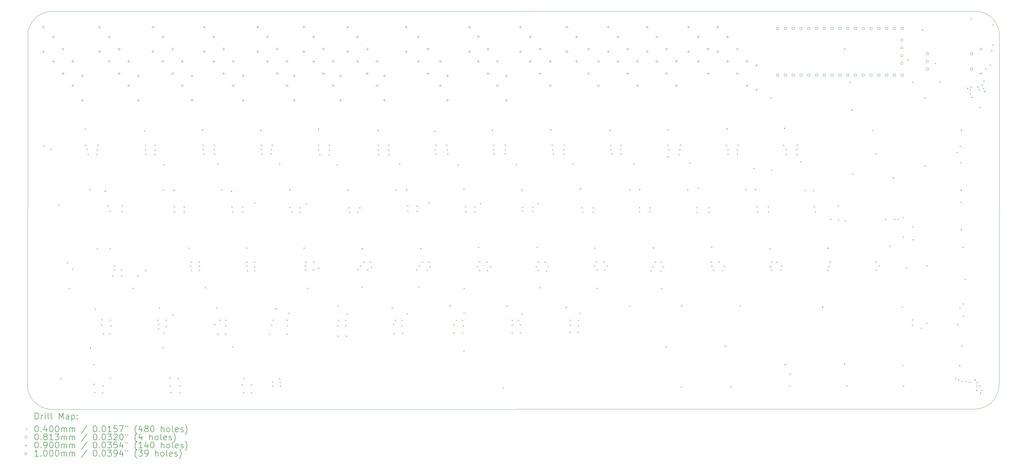
<source format=gbr>
%FSLAX45Y45*%
G04 Gerber Fmt 4.5, Leading zero omitted, Abs format (unit mm)*
G04 Created by KiCad (PCBNEW (6.0.1)) date 2022-01-16 22:02:03*
%MOMM*%
%LPD*%
G01*
G04 APERTURE LIST*
%TA.AperFunction,Profile*%
%ADD10C,0.100000*%
%TD*%
%ADD11C,0.200000*%
%ADD12C,0.040000*%
%ADD13C,0.081280*%
%ADD14C,0.090000*%
%ADD15C,0.100000*%
G04 APERTURE END LIST*
D10*
X2426817Y-1550248D02*
G75*
G03*
X1633067Y-2343998I0J-793750D01*
G01*
X2416348Y-14543329D02*
X32515348Y-14533800D01*
X33319567Y-2341175D02*
G75*
G03*
X32528283Y-1547425I-791284J2462D01*
G01*
X1622598Y-13785204D02*
G75*
G03*
X2416348Y-14543329I793750J36462D01*
G01*
X33309098Y-13740050D02*
X33319567Y-2341175D01*
X32515348Y-14533800D02*
G75*
G03*
X33309098Y-13740050I0J793750D01*
G01*
X1633067Y-2343998D02*
X1622598Y-13785204D01*
X2426817Y-1550248D02*
X32528283Y-1547425D01*
D11*
D12*
X2141350Y-5921625D02*
X2181350Y-5961625D01*
X2181350Y-5921625D02*
X2141350Y-5961625D01*
X2382650Y-6035925D02*
X2422650Y-6075925D01*
X2422650Y-6035925D02*
X2382650Y-6075925D01*
X2623950Y-7852025D02*
X2663950Y-7892025D01*
X2663950Y-7852025D02*
X2623950Y-7892025D01*
X2687450Y-13516225D02*
X2727450Y-13556225D01*
X2727450Y-13516225D02*
X2687450Y-13556225D01*
X2903350Y-9731625D02*
X2943350Y-9771625D01*
X2943350Y-9731625D02*
X2903350Y-9771625D01*
X2954150Y-10582525D02*
X2994150Y-10622525D01*
X2994150Y-10582525D02*
X2954150Y-10622525D01*
X3081150Y-9947525D02*
X3121150Y-9987525D01*
X3121150Y-9947525D02*
X3081150Y-9987525D01*
X3487550Y-5896225D02*
X3527550Y-5936225D01*
X3527550Y-5896225D02*
X3487550Y-5936225D01*
X3488375Y-5374275D02*
X3528375Y-5414275D01*
X3528375Y-5374275D02*
X3488375Y-5414275D01*
X3538350Y-6035925D02*
X3578350Y-6075925D01*
X3578350Y-6035925D02*
X3538350Y-6075925D01*
X3582694Y-6201025D02*
X3622694Y-6241025D01*
X3622694Y-6201025D02*
X3582694Y-6241025D01*
X3639950Y-7344025D02*
X3679950Y-7384025D01*
X3679950Y-7344025D02*
X3639950Y-7384025D01*
X3653475Y-12517450D02*
X3693475Y-12557450D01*
X3693475Y-12517450D02*
X3653475Y-12557450D01*
X3766950Y-13059025D02*
X3806950Y-13099025D01*
X3806950Y-13059025D02*
X3766950Y-13099025D01*
X3779650Y-13706725D02*
X3819650Y-13746725D01*
X3819650Y-13706725D02*
X3779650Y-13746725D01*
X3792350Y-13973425D02*
X3832350Y-14013425D01*
X3832350Y-13973425D02*
X3792350Y-14013425D01*
X3818575Y-11254375D02*
X3858575Y-11294375D01*
X3858575Y-11254375D02*
X3818575Y-11294375D01*
X3868550Y-6201025D02*
X3908550Y-6241025D01*
X3908550Y-6201025D02*
X3868550Y-6241025D01*
X3881250Y-6061325D02*
X3921250Y-6101325D01*
X3921250Y-6061325D02*
X3881250Y-6101325D01*
X3881250Y-9274425D02*
X3921250Y-9314425D01*
X3921250Y-9274425D02*
X3881250Y-9314425D01*
X3893950Y-5896225D02*
X3933950Y-5936225D01*
X3933950Y-5896225D02*
X3893950Y-5936225D01*
X4020950Y-11763625D02*
X4060950Y-11803625D01*
X4060950Y-11763625D02*
X4020950Y-11803625D01*
X4033650Y-11598525D02*
X4073650Y-11638525D01*
X4073650Y-11598525D02*
X4033650Y-11638525D01*
X4046350Y-13973425D02*
X4086350Y-14013425D01*
X4086350Y-13973425D02*
X4046350Y-14013425D01*
X4071750Y-13757525D02*
X4111750Y-13797525D01*
X4111750Y-13757525D02*
X4071750Y-13797525D01*
X4084450Y-12055725D02*
X4124450Y-12095725D01*
X4124450Y-12055725D02*
X4084450Y-12095725D01*
X4136075Y-7406275D02*
X4176075Y-7446275D01*
X4176075Y-7406275D02*
X4136075Y-7446275D01*
X4236850Y-7877425D02*
X4276850Y-7917425D01*
X4276850Y-7877425D02*
X4236850Y-7917425D01*
X4300350Y-8055225D02*
X4340350Y-8095225D01*
X4340350Y-8055225D02*
X4300350Y-8095225D01*
X4300350Y-11611225D02*
X4340350Y-11651225D01*
X4340350Y-11611225D02*
X4300350Y-11651225D01*
X4300350Y-12055725D02*
X4340350Y-12095725D01*
X4340350Y-12055725D02*
X4300350Y-12095725D01*
X4300350Y-13503525D02*
X4340350Y-13543525D01*
X4340350Y-13503525D02*
X4300350Y-13543525D01*
X4301175Y-9273175D02*
X4341175Y-9313175D01*
X4341175Y-9273175D02*
X4301175Y-9313175D01*
X4325750Y-11801725D02*
X4365750Y-11841725D01*
X4365750Y-11801725D02*
X4325750Y-11841725D01*
X4389250Y-10163425D02*
X4429250Y-10203425D01*
X4429250Y-10163425D02*
X4389250Y-10203425D01*
X4440050Y-9833225D02*
X4480050Y-9873225D01*
X4480050Y-9833225D02*
X4440050Y-9873225D01*
X4440050Y-9960225D02*
X4480050Y-10000225D01*
X4480050Y-9960225D02*
X4440050Y-10000225D01*
X4668650Y-9960225D02*
X4708650Y-10000225D01*
X4708650Y-9960225D02*
X4668650Y-10000225D01*
X4668650Y-10163425D02*
X4708650Y-10203425D01*
X4708650Y-10163425D02*
X4668650Y-10203425D01*
X4681350Y-8067925D02*
X4721350Y-8107925D01*
X4721350Y-8067925D02*
X4681350Y-8107925D01*
X4694050Y-7877425D02*
X4734050Y-7917425D01*
X4734050Y-7877425D02*
X4694050Y-7917425D01*
X5036950Y-10569825D02*
X5076950Y-10609825D01*
X5076950Y-10569825D02*
X5036950Y-10609825D01*
X5202050Y-10163425D02*
X5242050Y-10203425D01*
X5242050Y-10163425D02*
X5202050Y-10203425D01*
X5418775Y-5425075D02*
X5458775Y-5465075D01*
X5458775Y-5425075D02*
X5418775Y-5465075D01*
X5456050Y-5896225D02*
X5496050Y-5936225D01*
X5496050Y-5896225D02*
X5456050Y-5936225D01*
X5456050Y-6048625D02*
X5496050Y-6088625D01*
X5496050Y-6048625D02*
X5456050Y-6088625D01*
X5456050Y-9985625D02*
X5496050Y-10025625D01*
X5496050Y-9985625D02*
X5456050Y-10025625D01*
X5463800Y-6201025D02*
X5503800Y-6241025D01*
X5503800Y-6201025D02*
X5463800Y-6241025D01*
X5760850Y-6061325D02*
X5800850Y-6101325D01*
X5800850Y-6061325D02*
X5760850Y-6101325D01*
X5760850Y-6201025D02*
X5800850Y-6241025D01*
X5800850Y-6201025D02*
X5760850Y-6241025D01*
X5773550Y-5896225D02*
X5813550Y-5936225D01*
X5813550Y-5896225D02*
X5773550Y-5936225D01*
X5862450Y-11611225D02*
X5902450Y-11651225D01*
X5902450Y-11611225D02*
X5862450Y-11651225D01*
X5875150Y-11750925D02*
X5915150Y-11790925D01*
X5915150Y-11750925D02*
X5875150Y-11790925D01*
X5875150Y-11890625D02*
X5915150Y-11930625D01*
X5915150Y-11890625D02*
X5875150Y-11930625D01*
X5901375Y-11216275D02*
X5941375Y-11256275D01*
X5941375Y-11216275D02*
X5901375Y-11256275D01*
X6027550Y-7356725D02*
X6067550Y-7396725D01*
X6067550Y-7356725D02*
X6027550Y-7396725D01*
X6028375Y-12498975D02*
X6068375Y-12538975D01*
X6068375Y-12498975D02*
X6028375Y-12538975D01*
X6052950Y-6531225D02*
X6092950Y-6571225D01*
X6092950Y-6531225D02*
X6052950Y-6571225D01*
X6065650Y-12030325D02*
X6105650Y-12070325D01*
X6105650Y-12030325D02*
X6065650Y-12070325D01*
X6116450Y-11814425D02*
X6156450Y-11854425D01*
X6156450Y-11814425D02*
X6116450Y-11854425D01*
X6129150Y-11611225D02*
X6169150Y-11651225D01*
X6169150Y-11611225D02*
X6129150Y-11651225D01*
X6243450Y-13503525D02*
X6283450Y-13543525D01*
X6283450Y-13503525D02*
X6243450Y-13543525D01*
X6268850Y-13744825D02*
X6308850Y-13784825D01*
X6308850Y-13744825D02*
X6268850Y-13784825D01*
X6281550Y-13973425D02*
X6321550Y-14013425D01*
X6321550Y-13973425D02*
X6281550Y-14013425D01*
X6332350Y-11433425D02*
X6372350Y-11473425D01*
X6372350Y-11433425D02*
X6332350Y-11473425D01*
X6371275Y-7368175D02*
X6411275Y-7408175D01*
X6411275Y-7368175D02*
X6371275Y-7408175D01*
X6395850Y-7902825D02*
X6435850Y-7942825D01*
X6435850Y-7902825D02*
X6395850Y-7942825D01*
X6395850Y-8067925D02*
X6435850Y-8107925D01*
X6435850Y-8067925D02*
X6395850Y-8107925D01*
X6522850Y-13516225D02*
X6562850Y-13556225D01*
X6562850Y-13516225D02*
X6522850Y-13556225D01*
X6560950Y-13757525D02*
X6600950Y-13797525D01*
X6600950Y-13757525D02*
X6560950Y-13797525D01*
X6573650Y-13973425D02*
X6613650Y-14013425D01*
X6613650Y-13973425D02*
X6573650Y-14013425D01*
X6713350Y-7915525D02*
X6753350Y-7955525D01*
X6753350Y-7915525D02*
X6713350Y-7955525D01*
X6713350Y-8067925D02*
X6753350Y-8107925D01*
X6753350Y-8067925D02*
X6713350Y-8107925D01*
X6866575Y-9260475D02*
X6906575Y-9300475D01*
X6906575Y-9260475D02*
X6866575Y-9300475D01*
X6916550Y-9845925D02*
X6956550Y-9885925D01*
X6956550Y-9845925D02*
X6916550Y-9885925D01*
X6941950Y-9718925D02*
X6981950Y-9758925D01*
X6981950Y-9718925D02*
X6941950Y-9758925D01*
X6941950Y-9985625D02*
X6981950Y-10025625D01*
X6981950Y-9985625D02*
X6941950Y-10025625D01*
X7208650Y-9718925D02*
X7248650Y-9758925D01*
X7248650Y-9718925D02*
X7208650Y-9758925D01*
X7208650Y-9845925D02*
X7248650Y-9885925D01*
X7248650Y-9845925D02*
X7208650Y-9885925D01*
X7208650Y-9985625D02*
X7248650Y-10025625D01*
X7248650Y-9985625D02*
X7208650Y-10025625D01*
X7311075Y-5399675D02*
X7351075Y-5439675D01*
X7351075Y-5399675D02*
X7311075Y-5439675D01*
X7322950Y-5896225D02*
X7362950Y-5936225D01*
X7362950Y-5896225D02*
X7322950Y-5936225D01*
X7335650Y-6035925D02*
X7375650Y-6075925D01*
X7375650Y-6035925D02*
X7335650Y-6075925D01*
X7361050Y-6188325D02*
X7401050Y-6228325D01*
X7401050Y-6188325D02*
X7361050Y-6228325D01*
X7411850Y-10544425D02*
X7451850Y-10584425D01*
X7451850Y-10544425D02*
X7411850Y-10584425D01*
X7691250Y-5896225D02*
X7731250Y-5936225D01*
X7731250Y-5896225D02*
X7691250Y-5936225D01*
X7691250Y-6048625D02*
X7731250Y-6088625D01*
X7731250Y-6048625D02*
X7691250Y-6088625D01*
X7703950Y-6188325D02*
X7743950Y-6228325D01*
X7743950Y-6188325D02*
X7703950Y-6228325D01*
X7716650Y-11750925D02*
X7756650Y-11790925D01*
X7756650Y-11750925D02*
X7716650Y-11790925D01*
X7780975Y-11216275D02*
X7820975Y-11256275D01*
X7820975Y-11216275D02*
X7780975Y-11256275D01*
X7805550Y-6518525D02*
X7845550Y-6558525D01*
X7845550Y-6518525D02*
X7805550Y-6558525D01*
X7818250Y-12068425D02*
X7858250Y-12108425D01*
X7858250Y-12068425D02*
X7818250Y-12108425D01*
X7881750Y-11611225D02*
X7921750Y-11651225D01*
X7921750Y-11611225D02*
X7881750Y-11651225D01*
X7932550Y-7356725D02*
X7972550Y-7396725D01*
X7972550Y-7356725D02*
X7932550Y-7396725D01*
X8059550Y-11611225D02*
X8099550Y-11651225D01*
X8099550Y-11611225D02*
X8059550Y-11651225D01*
X8059550Y-12068425D02*
X8099550Y-12108425D01*
X8099550Y-12068425D02*
X8059550Y-12108425D01*
X8072250Y-11801725D02*
X8112250Y-11841725D01*
X8112250Y-11801725D02*
X8072250Y-11841725D01*
X8250875Y-7406275D02*
X8290875Y-7446275D01*
X8290875Y-7406275D02*
X8250875Y-7446275D01*
X8275450Y-7915525D02*
X8315450Y-7955525D01*
X8315450Y-7915525D02*
X8275450Y-7955525D01*
X8288975Y-12486275D02*
X8328975Y-12526275D01*
X8328975Y-12486275D02*
X8288975Y-12526275D01*
X8300850Y-8080625D02*
X8340850Y-8120625D01*
X8340850Y-8080625D02*
X8300850Y-8120625D01*
X8605650Y-13719425D02*
X8645650Y-13759425D01*
X8645650Y-13719425D02*
X8605650Y-13759425D01*
X8618350Y-7915525D02*
X8658350Y-7955525D01*
X8658350Y-7915525D02*
X8618350Y-7955525D01*
X8618350Y-8080625D02*
X8658350Y-8120625D01*
X8658350Y-8080625D02*
X8618350Y-8120625D01*
X8656450Y-13516225D02*
X8696450Y-13556225D01*
X8696450Y-13516225D02*
X8656450Y-13556225D01*
X8656450Y-13973425D02*
X8696450Y-14013425D01*
X8696450Y-13973425D02*
X8656450Y-14013425D01*
X8746175Y-9260475D02*
X8786175Y-9300475D01*
X8786175Y-9260475D02*
X8746175Y-9300475D01*
X8758050Y-9718925D02*
X8798050Y-9758925D01*
X8798050Y-9718925D02*
X8758050Y-9758925D01*
X8758050Y-9845925D02*
X8798050Y-9885925D01*
X8798050Y-9845925D02*
X8758050Y-9885925D01*
X8783450Y-9998325D02*
X8823450Y-10038325D01*
X8823450Y-9998325D02*
X8783450Y-10038325D01*
X8910450Y-13719425D02*
X8950450Y-13759425D01*
X8950450Y-13719425D02*
X8910450Y-13759425D01*
X8910450Y-13973425D02*
X8950450Y-14013425D01*
X8950450Y-13973425D02*
X8910450Y-14013425D01*
X9012050Y-7775825D02*
X9052050Y-7815825D01*
X9052050Y-7775825D02*
X9012050Y-7815825D01*
X9012050Y-9718925D02*
X9052050Y-9758925D01*
X9052050Y-9718925D02*
X9012050Y-9758925D01*
X9012050Y-9858625D02*
X9052050Y-9898625D01*
X9052050Y-9858625D02*
X9012050Y-9898625D01*
X9012050Y-9998325D02*
X9052050Y-10038325D01*
X9052050Y-9998325D02*
X9012050Y-10038325D01*
X9216075Y-5412375D02*
X9256075Y-5452375D01*
X9256075Y-5412375D02*
X9216075Y-5452375D01*
X9227950Y-6035925D02*
X9267950Y-6075925D01*
X9267950Y-6035925D02*
X9227950Y-6075925D01*
X9240650Y-5896225D02*
X9280650Y-5936225D01*
X9280650Y-5896225D02*
X9240650Y-5936225D01*
X9253350Y-6188325D02*
X9293350Y-6228325D01*
X9293350Y-6188325D02*
X9253350Y-6228325D01*
X9494650Y-12068425D02*
X9534650Y-12108425D01*
X9534650Y-12068425D02*
X9494650Y-12108425D01*
X9545450Y-6175625D02*
X9585450Y-6215625D01*
X9585450Y-6175625D02*
X9545450Y-6215625D01*
X9558150Y-6035925D02*
X9598150Y-6075925D01*
X9598150Y-6035925D02*
X9558150Y-6075925D01*
X9570850Y-11776325D02*
X9610850Y-11816325D01*
X9610850Y-11776325D02*
X9570850Y-11816325D01*
X9583550Y-5896225D02*
X9623550Y-5936225D01*
X9623550Y-5896225D02*
X9583550Y-5936225D01*
X9596250Y-13617825D02*
X9636250Y-13657825D01*
X9636250Y-13617825D02*
X9596250Y-13657825D01*
X9596250Y-13757525D02*
X9636250Y-13797525D01*
X9636250Y-13757525D02*
X9596250Y-13797525D01*
X9621650Y-11611225D02*
X9661650Y-11651225D01*
X9661650Y-11611225D02*
X9621650Y-11651225D01*
X9698675Y-11241675D02*
X9738675Y-11281675D01*
X9738675Y-11241675D02*
X9698675Y-11281675D01*
X9824850Y-6518525D02*
X9864850Y-6558525D01*
X9864850Y-6518525D02*
X9824850Y-6558525D01*
X9824850Y-13516225D02*
X9864850Y-13556225D01*
X9864850Y-13516225D02*
X9824850Y-13556225D01*
X9837550Y-13643225D02*
X9877550Y-13683225D01*
X9877550Y-13643225D02*
X9837550Y-13683225D01*
X9850250Y-13757525D02*
X9890250Y-13797525D01*
X9890250Y-13757525D02*
X9850250Y-13797525D01*
X10066150Y-11611225D02*
X10106150Y-11651225D01*
X10106150Y-11611225D02*
X10066150Y-11651225D01*
X10066150Y-12068425D02*
X10106150Y-12108425D01*
X10106150Y-12068425D02*
X10066150Y-12108425D01*
X10078850Y-11789025D02*
X10118850Y-11829025D01*
X10118850Y-11789025D02*
X10078850Y-11829025D01*
X10129650Y-11382625D02*
X10169650Y-11422625D01*
X10169650Y-11382625D02*
X10129650Y-11422625D01*
X10155050Y-7928225D02*
X10195050Y-7968225D01*
X10195050Y-7928225D02*
X10155050Y-7968225D01*
X10155875Y-7355475D02*
X10195875Y-7395475D01*
X10195875Y-7355475D02*
X10155875Y-7395475D01*
X10218550Y-8080625D02*
X10258550Y-8120625D01*
X10258550Y-8080625D02*
X10218550Y-8120625D01*
X10485250Y-7940925D02*
X10525250Y-7980925D01*
X10525250Y-7940925D02*
X10485250Y-7980925D01*
X10485250Y-8080625D02*
X10525250Y-8120625D01*
X10525250Y-8080625D02*
X10485250Y-8120625D01*
X10625775Y-9260475D02*
X10665775Y-9300475D01*
X10665775Y-9260475D02*
X10625775Y-9300475D01*
X10663050Y-9833225D02*
X10703050Y-9873225D01*
X10703050Y-9833225D02*
X10663050Y-9873225D01*
X10675750Y-9718925D02*
X10715750Y-9758925D01*
X10715750Y-9718925D02*
X10675750Y-9758925D01*
X10675750Y-9960225D02*
X10715750Y-10000225D01*
X10715750Y-9960225D02*
X10675750Y-10000225D01*
X10701150Y-7801225D02*
X10741150Y-7841225D01*
X10741150Y-7801225D02*
X10701150Y-7841225D01*
X10739250Y-10569825D02*
X10779250Y-10609825D01*
X10779250Y-10569825D02*
X10739250Y-10609825D01*
X10929750Y-9718925D02*
X10969750Y-9758925D01*
X10969750Y-9718925D02*
X10929750Y-9758925D01*
X10929750Y-9960225D02*
X10969750Y-10000225D01*
X10969750Y-9960225D02*
X10929750Y-10000225D01*
X11094850Y-5896225D02*
X11134850Y-5936225D01*
X11134850Y-5896225D02*
X11094850Y-5936225D01*
X11094850Y-6048625D02*
X11134850Y-6088625D01*
X11134850Y-6048625D02*
X11094850Y-6088625D01*
X11094850Y-9909425D02*
X11134850Y-9949425D01*
X11134850Y-9909425D02*
X11094850Y-9949425D01*
X11095675Y-5374275D02*
X11135675Y-5414275D01*
X11135675Y-5374275D02*
X11095675Y-5414275D01*
X11137525Y-6201025D02*
X11177525Y-6241025D01*
X11177525Y-6201025D02*
X11137525Y-6241025D01*
X11450450Y-5896225D02*
X11490450Y-5936225D01*
X11490450Y-5896225D02*
X11450450Y-5936225D01*
X11450450Y-6061325D02*
X11490450Y-6101325D01*
X11490450Y-6061325D02*
X11450450Y-6101325D01*
X11450450Y-6213725D02*
X11490450Y-6253725D01*
X11490450Y-6213725D02*
X11450450Y-6253725D01*
X11704450Y-6543925D02*
X11744450Y-6583925D01*
X11744450Y-6543925D02*
X11704450Y-6583925D01*
X11717150Y-11789025D02*
X11757150Y-11829025D01*
X11757150Y-11789025D02*
X11717150Y-11829025D01*
X11717150Y-12131925D02*
X11757150Y-12171925D01*
X11757150Y-12131925D02*
X11717150Y-12171925D01*
X11743375Y-11140075D02*
X11783375Y-11180075D01*
X11783375Y-11140075D02*
X11743375Y-11180075D01*
X11755250Y-11611225D02*
X11795250Y-11651225D01*
X11795250Y-11611225D02*
X11755250Y-11651225D01*
X11971150Y-11611225D02*
X12011150Y-11651225D01*
X12011150Y-11611225D02*
X11971150Y-11651225D01*
X11996550Y-11789025D02*
X12036550Y-11829025D01*
X12036550Y-11789025D02*
X11996550Y-11829025D01*
X11996550Y-12131925D02*
X12036550Y-12171925D01*
X12036550Y-12131925D02*
X11996550Y-12171925D01*
X12034650Y-11408025D02*
X12074650Y-11448025D01*
X12074650Y-11408025D02*
X12034650Y-11448025D01*
X12048175Y-7368175D02*
X12088175Y-7408175D01*
X12088175Y-7368175D02*
X12048175Y-7408175D01*
X12085450Y-7940925D02*
X12125450Y-7980925D01*
X12125450Y-7940925D02*
X12085450Y-7980925D01*
X12098150Y-8080625D02*
X12138150Y-8120625D01*
X12138150Y-8080625D02*
X12098150Y-8120625D01*
X12377550Y-8080625D02*
X12417550Y-8120625D01*
X12417550Y-8080625D02*
X12377550Y-8120625D01*
X12389608Y-9946883D02*
X12429608Y-9986883D01*
X12429608Y-9946883D02*
X12389608Y-9986883D01*
X12441050Y-7940925D02*
X12481050Y-7980925D01*
X12481050Y-7940925D02*
X12441050Y-7980925D01*
X12466450Y-9833225D02*
X12506450Y-9873225D01*
X12506450Y-9833225D02*
X12466450Y-9873225D01*
X12517250Y-10531725D02*
X12557250Y-10571725D01*
X12557250Y-10531725D02*
X12517250Y-10571725D01*
X12518075Y-9273175D02*
X12558075Y-9313175D01*
X12558075Y-9273175D02*
X12518075Y-9313175D01*
X12580750Y-9718925D02*
X12620750Y-9758925D01*
X12620750Y-9718925D02*
X12580750Y-9758925D01*
X12695050Y-9960225D02*
X12735050Y-10000225D01*
X12735050Y-9960225D02*
X12695050Y-10000225D01*
X12796650Y-9718925D02*
X12836650Y-9758925D01*
X12836650Y-9718925D02*
X12796650Y-9758925D01*
X12822050Y-9884025D02*
X12862050Y-9924025D01*
X12862050Y-9884025D02*
X12822050Y-9924025D01*
X13026075Y-5412375D02*
X13066075Y-5452375D01*
X13066075Y-5412375D02*
X13026075Y-5452375D01*
X13037950Y-6061325D02*
X13077950Y-6101325D01*
X13077950Y-6061325D02*
X13037950Y-6101325D01*
X13050650Y-5896225D02*
X13090650Y-5936225D01*
X13090650Y-5896225D02*
X13050650Y-5936225D01*
X13050650Y-6201025D02*
X13090650Y-6241025D01*
X13090650Y-6201025D02*
X13050650Y-6241025D01*
X13380850Y-5896225D02*
X13420850Y-5936225D01*
X13420850Y-5896225D02*
X13380850Y-5936225D01*
X13380850Y-6061325D02*
X13420850Y-6101325D01*
X13420850Y-6061325D02*
X13380850Y-6101325D01*
X13393550Y-6201025D02*
X13433550Y-6241025D01*
X13433550Y-6201025D02*
X13393550Y-6241025D01*
X13495975Y-11203575D02*
X13535975Y-11243575D01*
X13535975Y-11203575D02*
X13495975Y-11243575D01*
X13533250Y-11750925D02*
X13573250Y-11790925D01*
X13573250Y-11750925D02*
X13533250Y-11790925D01*
X13545950Y-12043025D02*
X13585950Y-12083025D01*
X13585950Y-12043025D02*
X13545950Y-12083025D01*
X13596750Y-11611225D02*
X13636750Y-11651225D01*
X13636750Y-11611225D02*
X13596750Y-11651225D01*
X13622150Y-7356725D02*
X13662150Y-7396725D01*
X13662150Y-7356725D02*
X13622150Y-7396725D01*
X13736450Y-6518525D02*
X13776450Y-6558525D01*
X13776450Y-6518525D02*
X13736450Y-6558525D01*
X13812650Y-11611225D02*
X13852650Y-11651225D01*
X13852650Y-11611225D02*
X13812650Y-11651225D01*
X13812650Y-11801725D02*
X13852650Y-11841725D01*
X13852650Y-11801725D02*
X13812650Y-11841725D01*
X13825350Y-12043025D02*
X13865350Y-12083025D01*
X13865350Y-12043025D02*
X13825350Y-12083025D01*
X13965875Y-7355475D02*
X14005875Y-7395475D01*
X14005875Y-7355475D02*
X13965875Y-7395475D01*
X13990450Y-11395325D02*
X14030450Y-11435325D01*
X14030450Y-11395325D02*
X13990450Y-11435325D01*
X14003150Y-7890125D02*
X14043150Y-7930125D01*
X14043150Y-7890125D02*
X14003150Y-7930125D01*
X14003150Y-8055225D02*
X14043150Y-8095225D01*
X14043150Y-8055225D02*
X14003150Y-8095225D01*
X14295250Y-9972925D02*
X14335250Y-10012925D01*
X14335250Y-9972925D02*
X14295250Y-10012925D01*
X14307950Y-7890125D02*
X14347950Y-7930125D01*
X14347950Y-7890125D02*
X14307950Y-7930125D01*
X14307950Y-8055225D02*
X14347950Y-8095225D01*
X14347950Y-8055225D02*
X14307950Y-8095225D01*
X14358750Y-10519025D02*
X14398750Y-10559025D01*
X14398750Y-10519025D02*
X14358750Y-10559025D01*
X14384150Y-9845925D02*
X14424150Y-9885925D01*
X14424150Y-9845925D02*
X14384150Y-9885925D01*
X14423075Y-9273175D02*
X14463075Y-9313175D01*
X14463075Y-9273175D02*
X14423075Y-9313175D01*
X14490325Y-9718925D02*
X14530325Y-9758925D01*
X14530325Y-9718925D02*
X14490325Y-9758925D01*
X14638150Y-9985625D02*
X14678150Y-10025625D01*
X14678150Y-9985625D02*
X14638150Y-10025625D01*
X14688950Y-7788525D02*
X14728950Y-7828525D01*
X14728950Y-7788525D02*
X14688950Y-7828525D01*
X14701650Y-9718925D02*
X14741650Y-9758925D01*
X14741650Y-9718925D02*
X14701650Y-9758925D01*
X14727050Y-9871325D02*
X14767050Y-9911325D01*
X14767050Y-9871325D02*
X14727050Y-9911325D01*
X14880275Y-5450475D02*
X14920275Y-5490475D01*
X14920275Y-5450475D02*
X14880275Y-5490475D01*
X14904850Y-6048625D02*
X14944850Y-6088625D01*
X14944850Y-6048625D02*
X14904850Y-6088625D01*
X14917550Y-5896225D02*
X14957550Y-5936225D01*
X14957550Y-5896225D02*
X14917550Y-5936225D01*
X14917550Y-6188325D02*
X14957550Y-6228325D01*
X14957550Y-6188325D02*
X14917550Y-6228325D01*
X15273150Y-5896225D02*
X15313150Y-5936225D01*
X15313150Y-5896225D02*
X15273150Y-5936225D01*
X15285850Y-6048625D02*
X15325850Y-6088625D01*
X15325850Y-6048625D02*
X15285850Y-6088625D01*
X15311250Y-6188325D02*
X15351250Y-6228325D01*
X15351250Y-6188325D02*
X15311250Y-6228325D01*
X15388275Y-11140075D02*
X15428275Y-11180075D01*
X15428275Y-11140075D02*
X15388275Y-11180075D01*
X15514450Y-11763625D02*
X15554450Y-11803625D01*
X15554450Y-11763625D02*
X15514450Y-11803625D01*
X15514450Y-12030325D02*
X15554450Y-12070325D01*
X15554450Y-12030325D02*
X15514450Y-12070325D01*
X15590650Y-11611225D02*
X15630650Y-11651225D01*
X15630650Y-11611225D02*
X15590650Y-11651225D01*
X15641450Y-6543925D02*
X15681450Y-6583925D01*
X15681450Y-6543925D02*
X15641450Y-6583925D01*
X15781150Y-12030325D02*
X15821150Y-12070325D01*
X15821150Y-12030325D02*
X15781150Y-12070325D01*
X15793850Y-11611225D02*
X15833850Y-11651225D01*
X15833850Y-11611225D02*
X15793850Y-11651225D01*
X15806550Y-11789025D02*
X15846550Y-11829025D01*
X15846550Y-11789025D02*
X15806550Y-11829025D01*
X15832775Y-7330075D02*
X15872775Y-7370075D01*
X15872775Y-7330075D02*
X15832775Y-7370075D01*
X15832775Y-12613275D02*
X15872775Y-12653275D01*
X15872775Y-12613275D02*
X15832775Y-12653275D01*
X15844650Y-10569825D02*
X15884650Y-10609825D01*
X15884650Y-10569825D02*
X15844650Y-10609825D01*
X15844650Y-11382625D02*
X15884650Y-11422625D01*
X15884650Y-11382625D02*
X15844650Y-11422625D01*
X15882750Y-7902825D02*
X15922750Y-7942825D01*
X15922750Y-7902825D02*
X15882750Y-7942825D01*
X15895450Y-8067925D02*
X15935450Y-8107925D01*
X15935450Y-8067925D02*
X15895450Y-8107925D01*
X16187550Y-7915525D02*
X16227550Y-7955525D01*
X16227550Y-7915525D02*
X16187550Y-7955525D01*
X16187550Y-8067925D02*
X16227550Y-8107925D01*
X16227550Y-8067925D02*
X16187550Y-8107925D01*
X16276450Y-9858625D02*
X16316450Y-9898625D01*
X16316450Y-9858625D02*
X16276450Y-9898625D01*
X16315375Y-9222375D02*
X16355375Y-9262375D01*
X16355375Y-9222375D02*
X16315375Y-9262375D01*
X16352650Y-9718925D02*
X16392650Y-9758925D01*
X16392650Y-9718925D02*
X16352650Y-9758925D01*
X16352650Y-9985625D02*
X16392650Y-10025625D01*
X16392650Y-9985625D02*
X16352650Y-10025625D01*
X16378050Y-7801225D02*
X16418050Y-7841225D01*
X16418050Y-7801225D02*
X16378050Y-7841225D01*
X16581250Y-9718925D02*
X16621250Y-9758925D01*
X16621250Y-9718925D02*
X16581250Y-9758925D01*
X16593950Y-9985625D02*
X16633950Y-10025625D01*
X16633950Y-9985625D02*
X16593950Y-10025625D01*
X16695550Y-9858625D02*
X16735550Y-9898625D01*
X16735550Y-9858625D02*
X16695550Y-9898625D01*
X16759875Y-5412375D02*
X16799875Y-5452375D01*
X16799875Y-5412375D02*
X16759875Y-5452375D01*
X16809850Y-5896225D02*
X16849850Y-5936225D01*
X16849850Y-5896225D02*
X16809850Y-5936225D01*
X16809850Y-6048625D02*
X16849850Y-6088625D01*
X16849850Y-6048625D02*
X16809850Y-6088625D01*
X16822550Y-6175625D02*
X16862550Y-6215625D01*
X16862550Y-6175625D02*
X16822550Y-6215625D01*
X17114650Y-13821025D02*
X17154650Y-13861025D01*
X17154650Y-13821025D02*
X17114650Y-13861025D01*
X17178150Y-6175625D02*
X17218150Y-6215625D01*
X17218150Y-6175625D02*
X17178150Y-6215625D01*
X17190850Y-5896225D02*
X17230850Y-5936225D01*
X17230850Y-5896225D02*
X17190850Y-5936225D01*
X17190850Y-6048625D02*
X17230850Y-6088625D01*
X17230850Y-6048625D02*
X17190850Y-6088625D01*
X17229775Y-11140075D02*
X17269775Y-11180075D01*
X17269775Y-11140075D02*
X17229775Y-11180075D01*
X17406750Y-11611225D02*
X17446750Y-11651225D01*
X17446750Y-11611225D02*
X17406750Y-11651225D01*
X17406750Y-11763625D02*
X17446750Y-11803625D01*
X17446750Y-11763625D02*
X17406750Y-11803625D01*
X17406750Y-12017625D02*
X17446750Y-12057625D01*
X17446750Y-12017625D02*
X17406750Y-12057625D01*
X17546450Y-6531225D02*
X17586450Y-6571225D01*
X17586450Y-6531225D02*
X17546450Y-6571225D01*
X17609950Y-11611225D02*
X17649950Y-11651225D01*
X17649950Y-11611225D02*
X17609950Y-11651225D01*
X17673450Y-11763625D02*
X17713450Y-11803625D01*
X17713450Y-11763625D02*
X17673450Y-11803625D01*
X17673450Y-12017625D02*
X17713450Y-12057625D01*
X17713450Y-12017625D02*
X17673450Y-12057625D01*
X17724250Y-11408025D02*
X17764250Y-11448025D01*
X17764250Y-11408025D02*
X17724250Y-11448025D01*
X17725075Y-7368175D02*
X17765075Y-7408175D01*
X17765075Y-7368175D02*
X17725075Y-7408175D01*
X17749650Y-7928225D02*
X17789650Y-7968225D01*
X17789650Y-7928225D02*
X17749650Y-7968225D01*
X17749650Y-8055225D02*
X17789650Y-8095225D01*
X17789650Y-8055225D02*
X17749650Y-8095225D01*
X18079850Y-7928225D02*
X18119850Y-7968225D01*
X18119850Y-7928225D02*
X18079850Y-7968225D01*
X18079850Y-8055225D02*
X18119850Y-8095225D01*
X18119850Y-8055225D02*
X18079850Y-8095225D01*
X18194150Y-9858625D02*
X18234150Y-9898625D01*
X18234150Y-9858625D02*
X18194150Y-9898625D01*
X18220375Y-9222375D02*
X18260375Y-9262375D01*
X18260375Y-9222375D02*
X18220375Y-9262375D01*
X18244950Y-7801225D02*
X18284950Y-7841225D01*
X18284950Y-7801225D02*
X18244950Y-7841225D01*
X18257650Y-9998325D02*
X18297650Y-10038325D01*
X18297650Y-9998325D02*
X18257650Y-10038325D01*
X18270350Y-9718925D02*
X18310350Y-9758925D01*
X18310350Y-9718925D02*
X18270350Y-9758925D01*
X18308450Y-10544425D02*
X18348450Y-10584425D01*
X18348450Y-10544425D02*
X18308450Y-10584425D01*
X18486250Y-9718925D02*
X18526250Y-9758925D01*
X18526250Y-9718925D02*
X18486250Y-9758925D01*
X18524350Y-9998325D02*
X18564350Y-10038325D01*
X18564350Y-9998325D02*
X18524350Y-10038325D01*
X18587850Y-9858625D02*
X18627850Y-9898625D01*
X18627850Y-9858625D02*
X18587850Y-9898625D01*
X18664875Y-5399675D02*
X18704875Y-5439675D01*
X18704875Y-5399675D02*
X18664875Y-5439675D01*
X18714850Y-5896225D02*
X18754850Y-5936225D01*
X18754850Y-5896225D02*
X18714850Y-5936225D01*
X18727550Y-6048625D02*
X18767550Y-6088625D01*
X18767550Y-6048625D02*
X18727550Y-6088625D01*
X18752950Y-6175625D02*
X18792950Y-6215625D01*
X18792950Y-6175625D02*
X18752950Y-6215625D01*
X19083150Y-6188325D02*
X19123150Y-6228325D01*
X19123150Y-6188325D02*
X19083150Y-6228325D01*
X19095850Y-6048625D02*
X19135850Y-6088625D01*
X19135850Y-6048625D02*
X19095850Y-6088625D01*
X19108550Y-5896225D02*
X19148550Y-5936225D01*
X19148550Y-5896225D02*
X19108550Y-5936225D01*
X19172875Y-11190875D02*
X19212875Y-11230875D01*
X19212875Y-11190875D02*
X19172875Y-11230875D01*
X19299050Y-11776325D02*
X19339050Y-11816325D01*
X19339050Y-11776325D02*
X19299050Y-11816325D01*
X19299050Y-12004925D02*
X19339050Y-12044925D01*
X19339050Y-12004925D02*
X19299050Y-12044925D01*
X19311750Y-11611225D02*
X19351750Y-11651225D01*
X19351750Y-11611225D02*
X19311750Y-11651225D01*
X19400650Y-6518525D02*
X19440650Y-6558525D01*
X19440650Y-6518525D02*
X19400650Y-6558525D01*
X19553050Y-12004925D02*
X19593050Y-12044925D01*
X19593050Y-12004925D02*
X19553050Y-12044925D01*
X19565750Y-11611225D02*
X19605750Y-11651225D01*
X19605750Y-11611225D02*
X19565750Y-11651225D01*
X19565750Y-11789025D02*
X19605750Y-11829025D01*
X19605750Y-11789025D02*
X19565750Y-11829025D01*
X19616550Y-11382625D02*
X19656550Y-11422625D01*
X19656550Y-11382625D02*
X19616550Y-11422625D01*
X19630075Y-7330075D02*
X19670075Y-7370075D01*
X19670075Y-7330075D02*
X19630075Y-7370075D01*
X19680050Y-7940925D02*
X19720050Y-7980925D01*
X19720050Y-7940925D02*
X19680050Y-7980925D01*
X19692750Y-8080625D02*
X19732750Y-8120625D01*
X19732750Y-8080625D02*
X19692750Y-8120625D01*
X20048350Y-7940925D02*
X20088350Y-7980925D01*
X20088350Y-7940925D02*
X20048350Y-7980925D01*
X20061050Y-8080625D02*
X20101050Y-8120625D01*
X20101050Y-8080625D02*
X20061050Y-8120625D01*
X20086450Y-9845925D02*
X20126450Y-9885925D01*
X20126450Y-9845925D02*
X20086450Y-9885925D01*
X20099975Y-9260475D02*
X20139975Y-9300475D01*
X20139975Y-9260475D02*
X20099975Y-9300475D01*
X20162650Y-9718925D02*
X20202650Y-9758925D01*
X20202650Y-9718925D02*
X20162650Y-9758925D01*
X20175350Y-9972925D02*
X20215350Y-10012925D01*
X20215350Y-9972925D02*
X20175350Y-10012925D01*
X20175350Y-10569825D02*
X20215350Y-10609825D01*
X20215350Y-10569825D02*
X20175350Y-10609825D01*
X20403950Y-9718925D02*
X20443950Y-9758925D01*
X20443950Y-9718925D02*
X20403950Y-9758925D01*
X20429350Y-9972925D02*
X20469350Y-10012925D01*
X20469350Y-9972925D02*
X20429350Y-10012925D01*
X20518250Y-9833225D02*
X20558250Y-9873225D01*
X20558250Y-9833225D02*
X20518250Y-9873225D01*
X20595275Y-5412375D02*
X20635275Y-5452375D01*
X20635275Y-5412375D02*
X20595275Y-5452375D01*
X20619850Y-5896225D02*
X20659850Y-5936225D01*
X20659850Y-5896225D02*
X20619850Y-5936225D01*
X20632550Y-6035925D02*
X20672550Y-6075925D01*
X20672550Y-6035925D02*
X20632550Y-6075925D01*
X20657950Y-6188325D02*
X20697950Y-6228325D01*
X20697950Y-6188325D02*
X20657950Y-6228325D01*
X20950050Y-6035925D02*
X20990050Y-6075925D01*
X20990050Y-6035925D02*
X20950050Y-6075925D01*
X20950050Y-6175625D02*
X20990050Y-6215625D01*
X20990050Y-6175625D02*
X20950050Y-6215625D01*
X20962750Y-5896225D02*
X21002750Y-5936225D01*
X21002750Y-5896225D02*
X20962750Y-5936225D01*
X21242150Y-7356725D02*
X21282150Y-7396725D01*
X21282150Y-7356725D02*
X21242150Y-7396725D01*
X21242975Y-11140075D02*
X21282975Y-11180075D01*
X21282975Y-11140075D02*
X21242975Y-11180075D01*
X21369150Y-6518525D02*
X21409150Y-6558525D01*
X21409150Y-6518525D02*
X21369150Y-6558525D01*
X21559650Y-7928225D02*
X21599650Y-7968225D01*
X21599650Y-7928225D02*
X21559650Y-7968225D01*
X21559650Y-8067925D02*
X21599650Y-8107925D01*
X21599650Y-8067925D02*
X21559650Y-8107925D01*
X21560475Y-7342775D02*
X21600475Y-7382775D01*
X21600475Y-7342775D02*
X21560475Y-7382775D01*
X21902550Y-7940925D02*
X21942550Y-7980925D01*
X21942550Y-7940925D02*
X21902550Y-7980925D01*
X21902550Y-8067925D02*
X21942550Y-8107925D01*
X21942550Y-8067925D02*
X21902550Y-8107925D01*
X21927950Y-9998325D02*
X21967950Y-10038325D01*
X21967950Y-9998325D02*
X21927950Y-10038325D01*
X21991450Y-9858625D02*
X22031450Y-9898625D01*
X22031450Y-9858625D02*
X21991450Y-9898625D01*
X22017675Y-9247775D02*
X22057675Y-9287775D01*
X22057675Y-9247775D02*
X22017675Y-9287775D01*
X22080350Y-9718925D02*
X22120350Y-9758925D01*
X22120350Y-9718925D02*
X22080350Y-9758925D01*
X22258150Y-10011025D02*
X22298150Y-10051025D01*
X22298150Y-10011025D02*
X22258150Y-10051025D01*
X22270850Y-9718925D02*
X22310850Y-9758925D01*
X22310850Y-9718925D02*
X22270850Y-9758925D01*
X22283550Y-10582525D02*
X22323550Y-10622525D01*
X22323550Y-10582525D02*
X22283550Y-10622525D01*
X22334350Y-9871325D02*
X22374350Y-9911325D01*
X22374350Y-9871325D02*
X22334350Y-9911325D01*
X22424075Y-12473575D02*
X22464075Y-12513575D01*
X22464075Y-12473575D02*
X22424075Y-12513575D01*
X22481867Y-6282108D02*
X22521867Y-6322108D01*
X22521867Y-6282108D02*
X22481867Y-6322108D01*
X22486750Y-5896225D02*
X22526750Y-5936225D01*
X22526750Y-5896225D02*
X22486750Y-5936225D01*
X22487575Y-5399675D02*
X22527575Y-5439675D01*
X22527575Y-5399675D02*
X22487575Y-5439675D01*
X22524850Y-6048625D02*
X22564850Y-6088625D01*
X22564850Y-6048625D02*
X22524850Y-6088625D01*
X22842350Y-6201025D02*
X22882350Y-6241025D01*
X22882350Y-6201025D02*
X22842350Y-6241025D01*
X22880450Y-6048625D02*
X22920450Y-6088625D01*
X22920450Y-6048625D02*
X22880450Y-6088625D01*
X22893150Y-5896225D02*
X22933150Y-5936225D01*
X22933150Y-5896225D02*
X22893150Y-5936225D01*
X22931250Y-13795625D02*
X22971250Y-13835625D01*
X22971250Y-13795625D02*
X22931250Y-13835625D01*
X22932075Y-11127375D02*
X22972075Y-11167375D01*
X22972075Y-11127375D02*
X22932075Y-11167375D01*
X23134450Y-7356725D02*
X23174450Y-7396725D01*
X23174450Y-7356725D02*
X23134450Y-7396725D01*
X23197950Y-6480425D02*
X23237950Y-6520425D01*
X23237950Y-6480425D02*
X23197950Y-6520425D01*
X23439250Y-7928225D02*
X23479250Y-7968225D01*
X23479250Y-7928225D02*
X23439250Y-7968225D01*
X23439250Y-8093325D02*
X23479250Y-8133325D01*
X23479250Y-8093325D02*
X23439250Y-8133325D01*
X23478175Y-7304675D02*
X23518175Y-7344675D01*
X23518175Y-7304675D02*
X23478175Y-7344675D01*
X23820250Y-7940925D02*
X23860250Y-7980925D01*
X23860250Y-7940925D02*
X23820250Y-7980925D01*
X23820250Y-8093325D02*
X23860250Y-8133325D01*
X23860250Y-8093325D02*
X23820250Y-8133325D01*
X23896450Y-9718925D02*
X23936450Y-9758925D01*
X23936450Y-9718925D02*
X23896450Y-9758925D01*
X23909975Y-9222375D02*
X23949975Y-9262375D01*
X23949975Y-9222375D02*
X23909975Y-9262375D01*
X23921850Y-9845925D02*
X23961850Y-9885925D01*
X23961850Y-9845925D02*
X23921850Y-9885925D01*
X23972650Y-9972925D02*
X24012650Y-10012925D01*
X24012650Y-9972925D02*
X23972650Y-10012925D01*
X24163150Y-9718925D02*
X24203150Y-9758925D01*
X24203150Y-9718925D02*
X24163150Y-9758925D01*
X24264750Y-9985625D02*
X24304750Y-10025625D01*
X24304750Y-9985625D02*
X24264750Y-10025625D01*
X24328250Y-9858625D02*
X24368250Y-9898625D01*
X24368250Y-9858625D02*
X24328250Y-9898625D01*
X24354475Y-12460875D02*
X24394475Y-12500875D01*
X24394475Y-12460875D02*
X24354475Y-12500875D01*
X24391750Y-5896225D02*
X24431750Y-5936225D01*
X24431750Y-5896225D02*
X24391750Y-5936225D01*
X24405275Y-5361575D02*
X24445275Y-5401575D01*
X24445275Y-5361575D02*
X24405275Y-5401575D01*
X24442550Y-6048625D02*
X24482550Y-6088625D01*
X24482550Y-6048625D02*
X24442550Y-6088625D01*
X24442550Y-6188325D02*
X24482550Y-6228325D01*
X24482550Y-6188325D02*
X24442550Y-6228325D01*
X24544150Y-13782925D02*
X24584150Y-13822925D01*
X24584150Y-13782925D02*
X24544150Y-13822925D01*
X24747350Y-6188325D02*
X24787350Y-6228325D01*
X24787350Y-6188325D02*
X24747350Y-6228325D01*
X24760050Y-6048625D02*
X24800050Y-6088625D01*
X24800050Y-6048625D02*
X24760050Y-6088625D01*
X24772750Y-5896225D02*
X24812750Y-5936225D01*
X24812750Y-5896225D02*
X24772750Y-5936225D01*
X24849775Y-11127375D02*
X24889775Y-11167375D01*
X24889775Y-11127375D02*
X24849775Y-11167375D01*
X25039450Y-7344025D02*
X25079450Y-7384025D01*
X25079450Y-7344025D02*
X25039450Y-7384025D01*
X25293450Y-6658225D02*
X25333450Y-6698225D01*
X25333450Y-6658225D02*
X25293450Y-6698225D01*
X25345075Y-7342775D02*
X25385075Y-7382775D01*
X25385075Y-7342775D02*
X25345075Y-7382775D01*
X25382350Y-7902825D02*
X25422350Y-7942825D01*
X25422350Y-7902825D02*
X25382350Y-7942825D01*
X25407750Y-8067925D02*
X25447750Y-8107925D01*
X25447750Y-8067925D02*
X25407750Y-8107925D01*
X25763350Y-7902825D02*
X25803350Y-7942825D01*
X25803350Y-7902825D02*
X25763350Y-7942825D01*
X25763350Y-8067925D02*
X25803350Y-8107925D01*
X25803350Y-8067925D02*
X25763350Y-8107925D01*
X25814975Y-9273175D02*
X25854975Y-9313175D01*
X25854975Y-9273175D02*
X25814975Y-9313175D01*
X25839550Y-4359525D02*
X25879550Y-4399525D01*
X25879550Y-4359525D02*
X25839550Y-4399525D01*
X25839550Y-9858625D02*
X25879550Y-9898625D01*
X25879550Y-9858625D02*
X25839550Y-9898625D01*
X25864950Y-6709025D02*
X25904950Y-6749025D01*
X25904950Y-6709025D02*
X25864950Y-6749025D01*
X25864950Y-9718925D02*
X25904950Y-9758925D01*
X25904950Y-9718925D02*
X25864950Y-9758925D01*
X25864950Y-9972925D02*
X25904950Y-10012925D01*
X25904950Y-9972925D02*
X25864950Y-10012925D01*
X26042750Y-9718925D02*
X26082750Y-9758925D01*
X26082750Y-9718925D02*
X26042750Y-9758925D01*
X26169750Y-9972925D02*
X26209750Y-10012925D01*
X26209750Y-9972925D02*
X26169750Y-10012925D01*
X26195150Y-9845925D02*
X26235150Y-9885925D01*
X26235150Y-9845925D02*
X26195150Y-9885925D01*
X26258650Y-5896225D02*
X26298650Y-5936225D01*
X26298650Y-5896225D02*
X26258650Y-5936225D01*
X26284875Y-5348875D02*
X26324875Y-5388875D01*
X26324875Y-5348875D02*
X26284875Y-5388875D01*
X26310275Y-13057775D02*
X26350275Y-13097775D01*
X26350275Y-13057775D02*
X26310275Y-13097775D01*
X26347550Y-6035925D02*
X26387550Y-6075925D01*
X26387550Y-6035925D02*
X26347550Y-6075925D01*
X26352125Y-6201025D02*
X26392125Y-6241025D01*
X26392125Y-6201025D02*
X26352125Y-6241025D01*
X26449150Y-13757525D02*
X26489150Y-13797525D01*
X26489150Y-13757525D02*
X26449150Y-13797525D01*
X26474550Y-13376525D02*
X26514550Y-13416525D01*
X26514550Y-13376525D02*
X26474550Y-13416525D01*
X26677750Y-6035925D02*
X26717750Y-6075925D01*
X26717750Y-6035925D02*
X26677750Y-6075925D01*
X26690450Y-6201025D02*
X26730450Y-6241025D01*
X26730450Y-6201025D02*
X26690450Y-6241025D01*
X26715850Y-5896225D02*
X26755850Y-5936225D01*
X26755850Y-5896225D02*
X26715850Y-5936225D01*
X26817450Y-6442325D02*
X26857450Y-6482325D01*
X26857450Y-6442325D02*
X26817450Y-6482325D01*
X26957150Y-7369425D02*
X26997150Y-7409425D01*
X26997150Y-7369425D02*
X26957150Y-7409425D01*
X27237375Y-7380875D02*
X27277375Y-7420875D01*
X27277375Y-7380875D02*
X27237375Y-7420875D01*
X27261950Y-7915525D02*
X27301950Y-7955525D01*
X27301950Y-7915525D02*
X27261950Y-7955525D01*
X27300050Y-8080625D02*
X27340050Y-8120625D01*
X27340050Y-8080625D02*
X27300050Y-8120625D01*
X27529475Y-11178175D02*
X27569475Y-11218175D01*
X27569475Y-11178175D02*
X27529475Y-11218175D01*
X27706450Y-9985625D02*
X27746450Y-10025625D01*
X27746450Y-9985625D02*
X27706450Y-10025625D01*
X27707275Y-9260475D02*
X27747275Y-9300475D01*
X27747275Y-9260475D02*
X27707275Y-9300475D01*
X27731850Y-9858625D02*
X27771850Y-9898625D01*
X27771850Y-9858625D02*
X27731850Y-9898625D01*
X27782650Y-9718925D02*
X27822650Y-9758925D01*
X27822650Y-9718925D02*
X27782650Y-9758925D01*
X27795350Y-8321925D02*
X27835350Y-8361925D01*
X27835350Y-8321925D02*
X27795350Y-8361925D01*
X28049350Y-7890125D02*
X28089350Y-7930125D01*
X28089350Y-7890125D02*
X28049350Y-7930125D01*
X28049350Y-8347325D02*
X28089350Y-8387325D01*
X28089350Y-8347325D02*
X28049350Y-8387325D01*
X28240675Y-13045075D02*
X28280675Y-13085075D01*
X28280675Y-13045075D02*
X28240675Y-13085075D01*
X28249375Y-2762500D02*
X28289375Y-2802500D01*
X28289375Y-2762500D02*
X28249375Y-2802500D01*
X28277950Y-8372725D02*
X28317950Y-8412725D01*
X28317950Y-8372725D02*
X28277950Y-8412725D01*
X28328750Y-13757525D02*
X28368750Y-13797525D01*
X28368750Y-13757525D02*
X28328750Y-13797525D01*
X28423750Y-3838125D02*
X28463750Y-3878125D01*
X28463750Y-3838125D02*
X28423750Y-3878125D01*
X28487500Y-4746875D02*
X28527500Y-4786875D01*
X28527500Y-4746875D02*
X28487500Y-4786875D01*
X28519250Y-6848725D02*
X28559250Y-6888725D01*
X28559250Y-6848725D02*
X28519250Y-6888725D01*
X29167775Y-5412375D02*
X29207775Y-5452375D01*
X29207775Y-5412375D02*
X29167775Y-5452375D01*
X29268550Y-9718925D02*
X29308550Y-9758925D01*
X29308550Y-9718925D02*
X29268550Y-9758925D01*
X29268550Y-9972925D02*
X29308550Y-10012925D01*
X29308550Y-9972925D02*
X29268550Y-10012925D01*
X29273125Y-6175625D02*
X29313125Y-6215625D01*
X29313125Y-6175625D02*
X29273125Y-6215625D01*
X29370150Y-9845925D02*
X29410150Y-9885925D01*
X29410150Y-9845925D02*
X29370150Y-9885925D01*
X29586050Y-8321925D02*
X29626050Y-8361925D01*
X29626050Y-8321925D02*
X29586050Y-8361925D01*
X29725750Y-9198225D02*
X29765750Y-9238225D01*
X29765750Y-9198225D02*
X29725750Y-9238225D01*
X29836875Y-6969375D02*
X29876875Y-7009375D01*
X29876875Y-6969375D02*
X29836875Y-7009375D01*
X29878975Y-8320675D02*
X29918975Y-8360675D01*
X29918975Y-8320675D02*
X29878975Y-8360675D01*
X29992450Y-8321925D02*
X30032450Y-8361925D01*
X30032450Y-8321925D02*
X29992450Y-8361925D01*
X30132975Y-11178175D02*
X30172975Y-11218175D01*
X30172975Y-11178175D02*
X30132975Y-11218175D01*
X30132975Y-13083175D02*
X30172975Y-13123175D01*
X30172975Y-13083175D02*
X30132975Y-13123175D01*
X30157550Y-8258425D02*
X30197550Y-8298425D01*
X30197550Y-8258425D02*
X30157550Y-8298425D01*
X30170250Y-8893425D02*
X30210250Y-8933425D01*
X30210250Y-8893425D02*
X30170250Y-8933425D01*
X30170250Y-13757525D02*
X30210250Y-13797525D01*
X30210250Y-13757525D02*
X30170250Y-13797525D01*
X30271850Y-9909425D02*
X30311850Y-9949425D01*
X30311850Y-9909425D02*
X30271850Y-9949425D01*
X30319725Y-3114925D02*
X30359725Y-3154925D01*
X30359725Y-3114925D02*
X30319725Y-3154925D01*
X30462350Y-11598525D02*
X30502350Y-11638525D01*
X30502350Y-11598525D02*
X30462350Y-11638525D01*
X30462350Y-11776325D02*
X30502350Y-11816325D01*
X30502350Y-11776325D02*
X30462350Y-11816325D01*
X30475050Y-3838825D02*
X30515050Y-3878825D01*
X30515050Y-3838825D02*
X30475050Y-3878825D01*
X30475050Y-8563225D02*
X30515050Y-8603225D01*
X30515050Y-8563225D02*
X30475050Y-8603225D01*
X30475050Y-8982325D02*
X30515050Y-9022325D01*
X30515050Y-8982325D02*
X30475050Y-9022325D01*
X30754450Y-11877925D02*
X30794450Y-11917925D01*
X30794450Y-11877925D02*
X30754450Y-11917925D01*
X30789375Y-2127500D02*
X30829375Y-2167500D01*
X30829375Y-2127500D02*
X30789375Y-2167500D01*
X30868750Y-4346825D02*
X30908750Y-4386825D01*
X30908750Y-4346825D02*
X30868750Y-4386825D01*
X30868750Y-6572500D02*
X30908750Y-6612500D01*
X30908750Y-6572500D02*
X30868750Y-6612500D01*
X30932250Y-9833225D02*
X30972250Y-9873225D01*
X30972250Y-9833225D02*
X30932250Y-9873225D01*
X30932250Y-11712825D02*
X30972250Y-11752825D01*
X30972250Y-11712825D02*
X30932250Y-11752825D01*
X31203750Y-3228125D02*
X31243750Y-3268125D01*
X31243750Y-3228125D02*
X31203750Y-3268125D01*
X31358750Y-3823125D02*
X31398750Y-3863125D01*
X31398750Y-3823125D02*
X31358750Y-3863125D01*
X31872050Y-13516225D02*
X31912050Y-13556225D01*
X31912050Y-13516225D02*
X31872050Y-13556225D01*
X31910150Y-6137525D02*
X31950150Y-6177525D01*
X31950150Y-6137525D02*
X31910150Y-6177525D01*
X31935550Y-11750925D02*
X31975550Y-11790925D01*
X31975550Y-11750925D02*
X31935550Y-11790925D01*
X31973650Y-13554325D02*
X32013650Y-13594325D01*
X32013650Y-13554325D02*
X31973650Y-13594325D01*
X31999875Y-13095875D02*
X32039875Y-13135875D01*
X32039875Y-13095875D02*
X31999875Y-13135875D01*
X32012575Y-11203575D02*
X32052575Y-11243575D01*
X32052575Y-11203575D02*
X32012575Y-11243575D01*
X32024450Y-5934325D02*
X32064450Y-5974325D01*
X32064450Y-5934325D02*
X32024450Y-5974325D01*
X32049850Y-6467725D02*
X32089850Y-6507725D01*
X32089850Y-6467725D02*
X32049850Y-6507725D01*
X32049850Y-7763125D02*
X32089850Y-7803125D01*
X32089850Y-7763125D02*
X32049850Y-7803125D01*
X32050675Y-5412375D02*
X32090675Y-5452375D01*
X32090675Y-5412375D02*
X32050675Y-5452375D01*
X32050675Y-7368175D02*
X32090675Y-7408175D01*
X32090675Y-7368175D02*
X32050675Y-7408175D01*
X32050675Y-8650875D02*
X32090675Y-8690875D01*
X32090675Y-8650875D02*
X32050675Y-8690875D01*
X32075250Y-12449425D02*
X32115250Y-12489425D01*
X32115250Y-12449425D02*
X32075250Y-12489425D01*
X32075250Y-13605125D02*
X32115250Y-13645125D01*
X32115250Y-13605125D02*
X32075250Y-13645125D01*
X32113350Y-9223625D02*
X32153350Y-9263625D01*
X32153350Y-9223625D02*
X32113350Y-9263625D01*
X32126050Y-11077825D02*
X32166050Y-11117825D01*
X32166050Y-11077825D02*
X32126050Y-11117825D01*
X32126050Y-11484225D02*
X32166050Y-11524225D01*
X32166050Y-11484225D02*
X32126050Y-11524225D01*
X32176850Y-10277725D02*
X32216850Y-10317725D01*
X32216850Y-10277725D02*
X32176850Y-10317725D01*
X32202250Y-13605125D02*
X32242250Y-13645125D01*
X32242250Y-13605125D02*
X32202250Y-13645125D01*
X32262825Y-4040774D02*
X32302825Y-4080774D01*
X32302825Y-4040774D02*
X32262825Y-4080774D01*
X32329250Y-13630525D02*
X32369250Y-13670525D01*
X32369250Y-13630525D02*
X32329250Y-13670525D01*
X32354650Y-4105525D02*
X32394650Y-4145525D01*
X32394650Y-4105525D02*
X32354650Y-4145525D01*
X32354650Y-4219825D02*
X32394650Y-4259825D01*
X32394650Y-4219825D02*
X32354650Y-4259825D01*
X32380050Y-4003925D02*
X32420050Y-4043925D01*
X32420050Y-4003925D02*
X32380050Y-4043925D01*
X32387372Y-1774828D02*
X32427372Y-1814828D01*
X32427372Y-1774828D02*
X32387372Y-1814828D01*
X32397681Y-4334125D02*
X32437681Y-4374125D01*
X32437681Y-4334125D02*
X32397681Y-4374125D01*
X32501130Y-13561105D02*
X32541130Y-13601105D01*
X32541130Y-13561105D02*
X32501130Y-13601105D01*
X32558280Y-13757955D02*
X32598280Y-13797955D01*
X32598280Y-13757955D02*
X32558280Y-13797955D01*
X32558352Y-13902856D02*
X32598352Y-13942856D01*
X32598352Y-13902856D02*
X32558352Y-13942856D01*
X32570550Y-13643225D02*
X32610550Y-13683225D01*
X32610550Y-13643225D02*
X32570550Y-13683225D01*
X32587534Y-3996022D02*
X32627534Y-4036022D01*
X32627534Y-3996022D02*
X32587534Y-4036022D01*
X32632486Y-4095475D02*
X32672486Y-4135475D01*
X32672486Y-4095475D02*
X32632486Y-4135475D01*
X32658712Y-4664325D02*
X32698712Y-4704325D01*
X32698712Y-4664325D02*
X32658712Y-4704325D01*
X32666280Y-13752415D02*
X32706280Y-13792415D01*
X32706280Y-13752415D02*
X32666280Y-13792415D01*
X32678259Y-13993576D02*
X32718259Y-14033576D01*
X32718259Y-13993576D02*
X32678259Y-14033576D01*
X32724670Y-13898945D02*
X32764670Y-13938945D01*
X32764670Y-13898945D02*
X32724670Y-13938945D01*
X32731900Y-3935205D02*
X32771900Y-3975205D01*
X32771900Y-3935205D02*
X32731900Y-3975205D01*
X32777387Y-4042025D02*
X32817387Y-4082025D01*
X32817387Y-4042025D02*
X32777387Y-4082025D01*
X32792121Y-3807213D02*
X32832121Y-3847213D01*
X32832121Y-3807213D02*
X32792121Y-3847213D01*
X32822339Y-4143625D02*
X32862339Y-4183625D01*
X32862339Y-4143625D02*
X32822339Y-4183625D01*
X32855529Y-3403125D02*
X32895529Y-3443125D01*
X32895529Y-3403125D02*
X32855529Y-3443125D01*
X33002350Y-3280025D02*
X33042350Y-3320025D01*
X33042350Y-3280025D02*
X33002350Y-3320025D01*
X33045381Y-2810125D02*
X33085381Y-2850125D01*
X33085381Y-2810125D02*
X33045381Y-2850125D01*
X33091250Y-1968750D02*
X33131250Y-2008750D01*
X33131250Y-1968750D02*
X33091250Y-2008750D01*
X33091250Y-2632325D02*
X33131250Y-2672325D01*
X33131250Y-2632325D02*
X33091250Y-2672325D01*
D13*
X30175915Y-2485975D02*
G75*
G03*
X30175915Y-2485975I-40640J0D01*
G01*
X30175915Y-2739975D02*
G75*
G03*
X30175915Y-2739975I-40640J0D01*
G01*
X30175915Y-2993975D02*
G75*
G03*
X30175915Y-2993975I-40640J0D01*
G01*
X30175915Y-3247975D02*
G75*
G03*
X30175915Y-3247975I-40640J0D01*
G01*
D14*
X2143125Y-2018750D02*
X2143125Y-2108750D01*
X2098125Y-2063750D02*
X2188125Y-2063750D01*
X2143125Y-2818750D02*
X2143125Y-2908750D01*
X2098125Y-2863750D02*
X2188125Y-2863750D01*
X2460625Y-2336250D02*
X2460625Y-2426250D01*
X2415625Y-2381250D02*
X2505625Y-2381250D01*
X2460625Y-3136250D02*
X2460625Y-3226250D01*
X2415625Y-3181250D02*
X2505625Y-3181250D01*
X2778125Y-2733125D02*
X2778125Y-2823125D01*
X2733125Y-2778125D02*
X2823125Y-2778125D01*
X2778125Y-3533125D02*
X2778125Y-3623125D01*
X2733125Y-3578125D02*
X2823125Y-3578125D01*
X3098750Y-3130000D02*
X3098750Y-3220000D01*
X3053750Y-3175000D02*
X3143750Y-3175000D01*
X3098750Y-3930000D02*
X3098750Y-4020000D01*
X3053750Y-3975000D02*
X3143750Y-3975000D01*
X3413125Y-3606250D02*
X3413125Y-3696250D01*
X3368125Y-3651250D02*
X3458125Y-3651250D01*
X3413125Y-4406250D02*
X3413125Y-4496250D01*
X3368125Y-4451250D02*
X3458125Y-4451250D01*
X3968750Y-2018750D02*
X3968750Y-2108750D01*
X3923750Y-2063750D02*
X4013750Y-2063750D01*
X3968750Y-2818750D02*
X3968750Y-2908750D01*
X3923750Y-2863750D02*
X4013750Y-2863750D01*
X4286250Y-2336250D02*
X4286250Y-2426250D01*
X4241250Y-2381250D02*
X4331250Y-2381250D01*
X4286250Y-3136250D02*
X4286250Y-3226250D01*
X4241250Y-3181250D02*
X4331250Y-3181250D01*
X4603750Y-2733125D02*
X4603750Y-2823125D01*
X4558750Y-2778125D02*
X4648750Y-2778125D01*
X4603750Y-3533125D02*
X4603750Y-3623125D01*
X4558750Y-3578125D02*
X4648750Y-3578125D01*
X4921250Y-3130000D02*
X4921250Y-3220000D01*
X4876250Y-3175000D02*
X4966250Y-3175000D01*
X4921250Y-3930000D02*
X4921250Y-4020000D01*
X4876250Y-3975000D02*
X4966250Y-3975000D01*
X5238750Y-3606250D02*
X5238750Y-3696250D01*
X5193750Y-3651250D02*
X5283750Y-3651250D01*
X5238750Y-4406250D02*
X5238750Y-4496250D01*
X5193750Y-4451250D02*
X5283750Y-4451250D01*
X5715000Y-2018750D02*
X5715000Y-2108750D01*
X5670000Y-2063750D02*
X5760000Y-2063750D01*
X5715000Y-2818750D02*
X5715000Y-2908750D01*
X5670000Y-2863750D02*
X5760000Y-2863750D01*
X6032500Y-2336250D02*
X6032500Y-2426250D01*
X5987500Y-2381250D02*
X6077500Y-2381250D01*
X6032500Y-3136250D02*
X6032500Y-3226250D01*
X5987500Y-3181250D02*
X6077500Y-3181250D01*
X6350000Y-2733125D02*
X6350000Y-2823125D01*
X6305000Y-2778125D02*
X6395000Y-2778125D01*
X6350000Y-3533125D02*
X6350000Y-3623125D01*
X6305000Y-3578125D02*
X6395000Y-3578125D01*
X6667500Y-3130000D02*
X6667500Y-3220000D01*
X6622500Y-3175000D02*
X6712500Y-3175000D01*
X6667500Y-3930000D02*
X6667500Y-4020000D01*
X6622500Y-3975000D02*
X6712500Y-3975000D01*
X6985000Y-3606250D02*
X6985000Y-3696250D01*
X6940000Y-3651250D02*
X7030000Y-3651250D01*
X6985000Y-4406250D02*
X6985000Y-4496250D01*
X6940000Y-4451250D02*
X7030000Y-4451250D01*
X7381875Y-2018750D02*
X7381875Y-2108750D01*
X7336875Y-2063750D02*
X7426875Y-2063750D01*
X7381875Y-2818750D02*
X7381875Y-2908750D01*
X7336875Y-2863750D02*
X7426875Y-2863750D01*
X7699375Y-2336250D02*
X7699375Y-2426250D01*
X7654375Y-2381250D02*
X7744375Y-2381250D01*
X7699375Y-3136250D02*
X7699375Y-3226250D01*
X7654375Y-3181250D02*
X7744375Y-3181250D01*
X8016875Y-2733125D02*
X8016875Y-2823125D01*
X7971875Y-2778125D02*
X8061875Y-2778125D01*
X8016875Y-3533125D02*
X8016875Y-3623125D01*
X7971875Y-3578125D02*
X8061875Y-3578125D01*
X8334375Y-3130000D02*
X8334375Y-3220000D01*
X8289375Y-3175000D02*
X8379375Y-3175000D01*
X8334375Y-3930000D02*
X8334375Y-4020000D01*
X8289375Y-3975000D02*
X8379375Y-3975000D01*
X8651875Y-3606250D02*
X8651875Y-3696250D01*
X8606875Y-3651250D02*
X8696875Y-3651250D01*
X8651875Y-4406250D02*
X8651875Y-4496250D01*
X8606875Y-4451250D02*
X8696875Y-4451250D01*
X9128125Y-2018750D02*
X9128125Y-2108750D01*
X9083125Y-2063750D02*
X9173125Y-2063750D01*
X9128125Y-2818750D02*
X9128125Y-2908750D01*
X9083125Y-2863750D02*
X9173125Y-2863750D01*
X9445625Y-2336250D02*
X9445625Y-2426250D01*
X9400625Y-2381250D02*
X9490625Y-2381250D01*
X9445625Y-3136250D02*
X9445625Y-3226250D01*
X9400625Y-3181250D02*
X9490625Y-3181250D01*
X9763125Y-2733125D02*
X9763125Y-2823125D01*
X9718125Y-2778125D02*
X9808125Y-2778125D01*
X9763125Y-3533125D02*
X9763125Y-3623125D01*
X9718125Y-3578125D02*
X9808125Y-3578125D01*
X10080625Y-3130000D02*
X10080625Y-3220000D01*
X10035625Y-3175000D02*
X10125625Y-3175000D01*
X10080625Y-3930000D02*
X10080625Y-4020000D01*
X10035625Y-3975000D02*
X10125625Y-3975000D01*
X10318750Y-3606250D02*
X10318750Y-3696250D01*
X10273750Y-3651250D02*
X10363750Y-3651250D01*
X10318750Y-4406250D02*
X10318750Y-4496250D01*
X10273750Y-4451250D02*
X10363750Y-4451250D01*
X10636250Y-2018750D02*
X10636250Y-2108750D01*
X10591250Y-2063750D02*
X10681250Y-2063750D01*
X10636250Y-2818750D02*
X10636250Y-2908750D01*
X10591250Y-2863750D02*
X10681250Y-2863750D01*
X10953750Y-2336250D02*
X10953750Y-2426250D01*
X10908750Y-2381250D02*
X10998750Y-2381250D01*
X10953750Y-3136250D02*
X10953750Y-3226250D01*
X10908750Y-3181250D02*
X10998750Y-3181250D01*
X11271250Y-2733125D02*
X11271250Y-2823125D01*
X11226250Y-2778125D02*
X11316250Y-2778125D01*
X11271250Y-3533125D02*
X11271250Y-3623125D01*
X11226250Y-3578125D02*
X11316250Y-3578125D01*
X11588750Y-3130000D02*
X11588750Y-3220000D01*
X11543750Y-3175000D02*
X11633750Y-3175000D01*
X11588750Y-3930000D02*
X11588750Y-4020000D01*
X11543750Y-3975000D02*
X11633750Y-3975000D01*
X11826875Y-3606250D02*
X11826875Y-3696250D01*
X11781875Y-3651250D02*
X11871875Y-3651250D01*
X11826875Y-4406250D02*
X11826875Y-4496250D01*
X11781875Y-4451250D02*
X11871875Y-4451250D01*
X12065000Y-2018750D02*
X12065000Y-2108750D01*
X12020000Y-2063750D02*
X12110000Y-2063750D01*
X12065000Y-2818750D02*
X12065000Y-2908750D01*
X12020000Y-2863750D02*
X12110000Y-2863750D01*
X12382500Y-2336250D02*
X12382500Y-2426250D01*
X12337500Y-2381250D02*
X12427500Y-2381250D01*
X12382500Y-3136250D02*
X12382500Y-3226250D01*
X12337500Y-3181250D02*
X12427500Y-3181250D01*
X12700000Y-2733125D02*
X12700000Y-2823125D01*
X12655000Y-2778125D02*
X12745000Y-2778125D01*
X12700000Y-3533125D02*
X12700000Y-3623125D01*
X12655000Y-3578125D02*
X12745000Y-3578125D01*
X13017500Y-3130000D02*
X13017500Y-3220000D01*
X12972500Y-3175000D02*
X13062500Y-3175000D01*
X13017500Y-3930000D02*
X13017500Y-4020000D01*
X12972500Y-3975000D02*
X13062500Y-3975000D01*
X13255625Y-3606250D02*
X13255625Y-3696250D01*
X13210625Y-3651250D02*
X13300625Y-3651250D01*
X13255625Y-4406250D02*
X13255625Y-4496250D01*
X13210625Y-4451250D02*
X13300625Y-4451250D01*
X13970000Y-2018750D02*
X13970000Y-2108750D01*
X13925000Y-2063750D02*
X14015000Y-2063750D01*
X13970000Y-2818750D02*
X13970000Y-2908750D01*
X13925000Y-2863750D02*
X14015000Y-2863750D01*
X14366875Y-2336250D02*
X14366875Y-2426250D01*
X14321875Y-2381250D02*
X14411875Y-2381250D01*
X14366875Y-3136250D02*
X14366875Y-3226250D01*
X14321875Y-3181250D02*
X14411875Y-3181250D01*
X14684375Y-2733125D02*
X14684375Y-2823125D01*
X14639375Y-2778125D02*
X14729375Y-2778125D01*
X14684375Y-3533125D02*
X14684375Y-3623125D01*
X14639375Y-3578125D02*
X14729375Y-3578125D01*
X15081250Y-3130000D02*
X15081250Y-3220000D01*
X15036250Y-3175000D02*
X15126250Y-3175000D01*
X15081250Y-3930000D02*
X15081250Y-4020000D01*
X15036250Y-3975000D02*
X15126250Y-3975000D01*
X15319375Y-3606250D02*
X15319375Y-3696250D01*
X15274375Y-3651250D02*
X15364375Y-3651250D01*
X15319375Y-4406250D02*
X15319375Y-4496250D01*
X15274375Y-4451250D02*
X15364375Y-4451250D01*
X16030575Y-2018750D02*
X16030575Y-2108750D01*
X15985575Y-2063750D02*
X16075575Y-2063750D01*
X16030575Y-2818750D02*
X16030575Y-2908750D01*
X15985575Y-2863750D02*
X16075575Y-2863750D01*
X16322675Y-2333075D02*
X16322675Y-2423075D01*
X16277675Y-2378075D02*
X16367675Y-2378075D01*
X16322675Y-3133075D02*
X16322675Y-3223075D01*
X16277675Y-3178075D02*
X16367675Y-3178075D01*
X16640175Y-2733125D02*
X16640175Y-2823125D01*
X16595175Y-2778125D02*
X16685175Y-2778125D01*
X16640175Y-3533125D02*
X16640175Y-3623125D01*
X16595175Y-3578125D02*
X16685175Y-3578125D01*
X16944975Y-3130000D02*
X16944975Y-3220000D01*
X16899975Y-3175000D02*
X16989975Y-3175000D01*
X16944975Y-3930000D02*
X16944975Y-4020000D01*
X16899975Y-3975000D02*
X16989975Y-3975000D01*
X17237075Y-3606250D02*
X17237075Y-3696250D01*
X17192075Y-3651250D02*
X17282075Y-3651250D01*
X17237075Y-4406250D02*
X17237075Y-4496250D01*
X17192075Y-4451250D02*
X17282075Y-4451250D01*
X17694275Y-2018750D02*
X17694275Y-2108750D01*
X17649275Y-2063750D02*
X17739275Y-2063750D01*
X17694275Y-2818750D02*
X17694275Y-2908750D01*
X17649275Y-2863750D02*
X17739275Y-2863750D01*
X18018125Y-2336250D02*
X18018125Y-2426250D01*
X17973125Y-2381250D02*
X18063125Y-2381250D01*
X18018125Y-3136250D02*
X18018125Y-3226250D01*
X17973125Y-3181250D02*
X18063125Y-3181250D01*
X18335625Y-2733125D02*
X18335625Y-2823125D01*
X18290625Y-2778125D02*
X18380625Y-2778125D01*
X18335625Y-3533125D02*
X18335625Y-3623125D01*
X18290625Y-3578125D02*
X18380625Y-3578125D01*
X18672175Y-3130000D02*
X18672175Y-3220000D01*
X18627175Y-3175000D02*
X18717175Y-3175000D01*
X18672175Y-3930000D02*
X18672175Y-4020000D01*
X18627175Y-3975000D02*
X18717175Y-3975000D01*
X19208750Y-2018750D02*
X19208750Y-2108750D01*
X19163750Y-2063750D02*
X19253750Y-2063750D01*
X19208750Y-2818750D02*
X19208750Y-2908750D01*
X19163750Y-2863750D02*
X19253750Y-2863750D01*
X19526250Y-2336250D02*
X19526250Y-2426250D01*
X19481250Y-2381250D02*
X19571250Y-2381250D01*
X19526250Y-3136250D02*
X19526250Y-3226250D01*
X19481250Y-3181250D02*
X19571250Y-3181250D01*
X19923125Y-2733125D02*
X19923125Y-2823125D01*
X19878125Y-2778125D02*
X19968125Y-2778125D01*
X19923125Y-3533125D02*
X19923125Y-3623125D01*
X19878125Y-3578125D02*
X19968125Y-3578125D01*
X20240625Y-3130000D02*
X20240625Y-3220000D01*
X20195625Y-3175000D02*
X20285625Y-3175000D01*
X20240625Y-3930000D02*
X20240625Y-4020000D01*
X20195625Y-3975000D02*
X20285625Y-3975000D01*
X20558125Y-2018750D02*
X20558125Y-2108750D01*
X20513125Y-2063750D02*
X20603125Y-2063750D01*
X20558125Y-2818750D02*
X20558125Y-2908750D01*
X20513125Y-2863750D02*
X20603125Y-2863750D01*
X20875625Y-2336250D02*
X20875625Y-2426250D01*
X20830625Y-2381250D02*
X20920625Y-2381250D01*
X20875625Y-3136250D02*
X20875625Y-3226250D01*
X20830625Y-3181250D02*
X20920625Y-3181250D01*
X21193125Y-2733125D02*
X21193125Y-2823125D01*
X21148125Y-2778125D02*
X21238125Y-2778125D01*
X21193125Y-3533125D02*
X21193125Y-3623125D01*
X21148125Y-3578125D02*
X21238125Y-3578125D01*
X21510625Y-3130000D02*
X21510625Y-3220000D01*
X21465625Y-3175000D02*
X21555625Y-3175000D01*
X21510625Y-3930000D02*
X21510625Y-4020000D01*
X21465625Y-3975000D02*
X21555625Y-3975000D01*
X21828125Y-2018750D02*
X21828125Y-2108750D01*
X21783125Y-2063750D02*
X21873125Y-2063750D01*
X21828125Y-2818750D02*
X21828125Y-2908750D01*
X21783125Y-2863750D02*
X21873125Y-2863750D01*
X22145625Y-2336250D02*
X22145625Y-2426250D01*
X22100625Y-2381250D02*
X22190625Y-2381250D01*
X22145625Y-3136250D02*
X22145625Y-3226250D01*
X22100625Y-3181250D02*
X22190625Y-3181250D01*
X22463125Y-2733125D02*
X22463125Y-2823125D01*
X22418125Y-2778125D02*
X22508125Y-2778125D01*
X22463125Y-3533125D02*
X22463125Y-3623125D01*
X22418125Y-3578125D02*
X22508125Y-3578125D01*
X22780625Y-3130000D02*
X22780625Y-3220000D01*
X22735625Y-3175000D02*
X22825625Y-3175000D01*
X22780625Y-3930000D02*
X22780625Y-4020000D01*
X22735625Y-3975000D02*
X22825625Y-3975000D01*
X23177500Y-2018750D02*
X23177500Y-2108750D01*
X23132500Y-2063750D02*
X23222500Y-2063750D01*
X23177500Y-2818750D02*
X23177500Y-2908750D01*
X23132500Y-2863750D02*
X23222500Y-2863750D01*
X23495000Y-2336250D02*
X23495000Y-2426250D01*
X23450000Y-2381250D02*
X23540000Y-2381250D01*
X23495000Y-3136250D02*
X23495000Y-3226250D01*
X23450000Y-3181250D02*
X23540000Y-3181250D01*
X23812500Y-2733125D02*
X23812500Y-2823125D01*
X23767500Y-2778125D02*
X23857500Y-2778125D01*
X23812500Y-3533125D02*
X23812500Y-3623125D01*
X23767500Y-3578125D02*
X23857500Y-3578125D01*
X24130000Y-2018750D02*
X24130000Y-2108750D01*
X24085000Y-2063750D02*
X24175000Y-2063750D01*
X24130000Y-2818750D02*
X24130000Y-2908750D01*
X24085000Y-2863750D02*
X24175000Y-2863750D01*
X24447500Y-2336250D02*
X24447500Y-2426250D01*
X24402500Y-2381250D02*
X24492500Y-2381250D01*
X24447500Y-3136250D02*
X24447500Y-3226250D01*
X24402500Y-3181250D02*
X24492500Y-3181250D01*
X24765000Y-2733125D02*
X24765000Y-2823125D01*
X24720000Y-2778125D02*
X24810000Y-2778125D01*
X24765000Y-3533125D02*
X24765000Y-3623125D01*
X24720000Y-3578125D02*
X24810000Y-3578125D01*
X25082500Y-3130000D02*
X25082500Y-3220000D01*
X25037500Y-3175000D02*
X25127500Y-3175000D01*
X25082500Y-3930000D02*
X25082500Y-4020000D01*
X25037500Y-3975000D02*
X25127500Y-3975000D01*
X25390475Y-3260175D02*
X25390475Y-3350175D01*
X25345475Y-3305175D02*
X25435475Y-3305175D01*
X25390475Y-4060175D02*
X25390475Y-4150175D01*
X25345475Y-4105175D02*
X25435475Y-4105175D01*
X32712385Y-2733125D02*
X32712385Y-2823125D01*
X32667385Y-2778125D02*
X32757385Y-2778125D01*
X32712385Y-3533125D02*
X32712385Y-3623125D01*
X32667385Y-3578125D02*
X32757385Y-3578125D01*
D15*
X26116181Y-2136481D02*
X26116181Y-2065769D01*
X26045469Y-2065769D01*
X26045469Y-2136481D01*
X26116181Y-2136481D01*
X26116181Y-3662081D02*
X26116181Y-3591369D01*
X26045469Y-3591369D01*
X26045469Y-3662081D01*
X26116181Y-3662081D01*
X26370181Y-2136481D02*
X26370181Y-2065769D01*
X26299469Y-2065769D01*
X26299469Y-2136481D01*
X26370181Y-2136481D01*
X26370181Y-3662081D02*
X26370181Y-3591369D01*
X26299469Y-3591369D01*
X26299469Y-3662081D01*
X26370181Y-3662081D01*
X26624181Y-2136481D02*
X26624181Y-2065769D01*
X26553469Y-2065769D01*
X26553469Y-2136481D01*
X26624181Y-2136481D01*
X26624181Y-3662081D02*
X26624181Y-3591369D01*
X26553469Y-3591369D01*
X26553469Y-3662081D01*
X26624181Y-3662081D01*
X26878181Y-2136481D02*
X26878181Y-2065769D01*
X26807469Y-2065769D01*
X26807469Y-2136481D01*
X26878181Y-2136481D01*
X26878181Y-3662081D02*
X26878181Y-3591369D01*
X26807469Y-3591369D01*
X26807469Y-3662081D01*
X26878181Y-3662081D01*
X27132181Y-2136481D02*
X27132181Y-2065769D01*
X27061469Y-2065769D01*
X27061469Y-2136481D01*
X27132181Y-2136481D01*
X27132181Y-3662081D02*
X27132181Y-3591369D01*
X27061469Y-3591369D01*
X27061469Y-3662081D01*
X27132181Y-3662081D01*
X27386181Y-2136481D02*
X27386181Y-2065769D01*
X27315469Y-2065769D01*
X27315469Y-2136481D01*
X27386181Y-2136481D01*
X27386181Y-3662081D02*
X27386181Y-3591369D01*
X27315469Y-3591369D01*
X27315469Y-3662081D01*
X27386181Y-3662081D01*
X27640181Y-2136481D02*
X27640181Y-2065769D01*
X27569469Y-2065769D01*
X27569469Y-2136481D01*
X27640181Y-2136481D01*
X27640181Y-3662081D02*
X27640181Y-3591369D01*
X27569469Y-3591369D01*
X27569469Y-3662081D01*
X27640181Y-3662081D01*
X27894181Y-2136481D02*
X27894181Y-2065769D01*
X27823469Y-2065769D01*
X27823469Y-2136481D01*
X27894181Y-2136481D01*
X27894181Y-3662081D02*
X27894181Y-3591369D01*
X27823469Y-3591369D01*
X27823469Y-3662081D01*
X27894181Y-3662081D01*
X28148181Y-2136481D02*
X28148181Y-2065769D01*
X28077469Y-2065769D01*
X28077469Y-2136481D01*
X28148181Y-2136481D01*
X28148181Y-3662081D02*
X28148181Y-3591369D01*
X28077469Y-3591369D01*
X28077469Y-3662081D01*
X28148181Y-3662081D01*
X28402181Y-2136481D02*
X28402181Y-2065769D01*
X28331469Y-2065769D01*
X28331469Y-2136481D01*
X28402181Y-2136481D01*
X28402181Y-3662081D02*
X28402181Y-3591369D01*
X28331469Y-3591369D01*
X28331469Y-3662081D01*
X28402181Y-3662081D01*
X28656181Y-2136481D02*
X28656181Y-2065769D01*
X28585469Y-2065769D01*
X28585469Y-2136481D01*
X28656181Y-2136481D01*
X28656181Y-3662081D02*
X28656181Y-3591369D01*
X28585469Y-3591369D01*
X28585469Y-3662081D01*
X28656181Y-3662081D01*
X28910181Y-2136481D02*
X28910181Y-2065769D01*
X28839469Y-2065769D01*
X28839469Y-2136481D01*
X28910181Y-2136481D01*
X28910181Y-3662081D02*
X28910181Y-3591369D01*
X28839469Y-3591369D01*
X28839469Y-3662081D01*
X28910181Y-3662081D01*
X29164181Y-2136481D02*
X29164181Y-2065769D01*
X29093469Y-2065769D01*
X29093469Y-2136481D01*
X29164181Y-2136481D01*
X29164181Y-3662081D02*
X29164181Y-3591369D01*
X29093469Y-3591369D01*
X29093469Y-3662081D01*
X29164181Y-3662081D01*
X29418181Y-2136481D02*
X29418181Y-2065769D01*
X29347469Y-2065769D01*
X29347469Y-2136481D01*
X29418181Y-2136481D01*
X29418181Y-3662081D02*
X29418181Y-3591369D01*
X29347469Y-3591369D01*
X29347469Y-3662081D01*
X29418181Y-3662081D01*
X29672181Y-2136481D02*
X29672181Y-2065769D01*
X29601469Y-2065769D01*
X29601469Y-2136481D01*
X29672181Y-2136481D01*
X29672181Y-3662081D02*
X29672181Y-3591369D01*
X29601469Y-3591369D01*
X29601469Y-3662081D01*
X29672181Y-3662081D01*
X29926181Y-2136481D02*
X29926181Y-2065769D01*
X29855469Y-2065769D01*
X29855469Y-2136481D01*
X29926181Y-2136481D01*
X29926181Y-3662081D02*
X29926181Y-3591369D01*
X29855469Y-3591369D01*
X29855469Y-3662081D01*
X29926181Y-3662081D01*
X30180181Y-2136481D02*
X30180181Y-2065769D01*
X30109469Y-2065769D01*
X30109469Y-2136481D01*
X30180181Y-2136481D01*
X30180181Y-3662081D02*
X30180181Y-3591369D01*
X30109469Y-3591369D01*
X30109469Y-3662081D01*
X30180181Y-3662081D01*
X30997740Y-2963481D02*
X30997740Y-2892769D01*
X30927029Y-2892769D01*
X30927029Y-2963481D01*
X30997740Y-2963481D01*
X30997740Y-3213481D02*
X30997740Y-3142769D01*
X30927029Y-3142769D01*
X30927029Y-3213481D01*
X30997740Y-3213481D01*
X30997740Y-3463481D02*
X30997740Y-3392769D01*
X30927029Y-3392769D01*
X30927029Y-3463481D01*
X30997740Y-3463481D01*
X32447740Y-2963481D02*
X32447740Y-2892769D01*
X32377029Y-2892769D01*
X32377029Y-2963481D01*
X32447740Y-2963481D01*
X32447740Y-3463481D02*
X32447740Y-3392769D01*
X32377029Y-3392769D01*
X32377029Y-3463481D01*
X32447740Y-3463481D01*
D11*
X1875217Y-14858806D02*
X1875217Y-14658806D01*
X1922836Y-14658806D01*
X1951407Y-14668329D01*
X1970455Y-14687377D01*
X1979979Y-14706425D01*
X1989502Y-14744520D01*
X1989502Y-14773091D01*
X1979979Y-14811187D01*
X1970455Y-14830234D01*
X1951407Y-14849282D01*
X1922836Y-14858806D01*
X1875217Y-14858806D01*
X2075217Y-14858806D02*
X2075217Y-14725472D01*
X2075217Y-14763567D02*
X2084741Y-14744520D01*
X2094264Y-14734996D01*
X2113312Y-14725472D01*
X2132360Y-14725472D01*
X2199026Y-14858806D02*
X2199026Y-14725472D01*
X2199026Y-14658806D02*
X2189503Y-14668329D01*
X2199026Y-14677853D01*
X2208550Y-14668329D01*
X2199026Y-14658806D01*
X2199026Y-14677853D01*
X2322836Y-14858806D02*
X2303788Y-14849282D01*
X2294264Y-14830234D01*
X2294264Y-14658806D01*
X2427598Y-14858806D02*
X2408550Y-14849282D01*
X2399026Y-14830234D01*
X2399026Y-14658806D01*
X2656169Y-14858806D02*
X2656169Y-14658806D01*
X2722836Y-14801663D01*
X2789503Y-14658806D01*
X2789503Y-14858806D01*
X2970455Y-14858806D02*
X2970455Y-14754044D01*
X2960931Y-14734996D01*
X2941883Y-14725472D01*
X2903788Y-14725472D01*
X2884741Y-14734996D01*
X2970455Y-14849282D02*
X2951407Y-14858806D01*
X2903788Y-14858806D01*
X2884741Y-14849282D01*
X2875217Y-14830234D01*
X2875217Y-14811187D01*
X2884741Y-14792139D01*
X2903788Y-14782615D01*
X2951407Y-14782615D01*
X2970455Y-14773091D01*
X3065693Y-14725472D02*
X3065693Y-14925472D01*
X3065693Y-14734996D02*
X3084741Y-14725472D01*
X3122836Y-14725472D01*
X3141883Y-14734996D01*
X3151407Y-14744520D01*
X3160931Y-14763567D01*
X3160931Y-14820710D01*
X3151407Y-14839758D01*
X3141883Y-14849282D01*
X3122836Y-14858806D01*
X3084741Y-14858806D01*
X3065693Y-14849282D01*
X3246645Y-14839758D02*
X3256169Y-14849282D01*
X3246645Y-14858806D01*
X3237122Y-14849282D01*
X3246645Y-14839758D01*
X3246645Y-14858806D01*
X3246645Y-14734996D02*
X3256169Y-14744520D01*
X3246645Y-14754044D01*
X3237122Y-14744520D01*
X3246645Y-14734996D01*
X3246645Y-14754044D01*
D12*
X1577598Y-15168329D02*
X1617598Y-15208329D01*
X1617598Y-15168329D02*
X1577598Y-15208329D01*
D11*
X1913312Y-15078806D02*
X1932360Y-15078806D01*
X1951407Y-15088329D01*
X1960931Y-15097853D01*
X1970455Y-15116901D01*
X1979979Y-15154996D01*
X1979979Y-15202615D01*
X1970455Y-15240710D01*
X1960931Y-15259758D01*
X1951407Y-15269282D01*
X1932360Y-15278806D01*
X1913312Y-15278806D01*
X1894264Y-15269282D01*
X1884741Y-15259758D01*
X1875217Y-15240710D01*
X1865693Y-15202615D01*
X1865693Y-15154996D01*
X1875217Y-15116901D01*
X1884741Y-15097853D01*
X1894264Y-15088329D01*
X1913312Y-15078806D01*
X2065693Y-15259758D02*
X2075217Y-15269282D01*
X2065693Y-15278806D01*
X2056169Y-15269282D01*
X2065693Y-15259758D01*
X2065693Y-15278806D01*
X2246645Y-15145472D02*
X2246645Y-15278806D01*
X2199026Y-15069282D02*
X2151407Y-15212139D01*
X2275217Y-15212139D01*
X2389503Y-15078806D02*
X2408550Y-15078806D01*
X2427598Y-15088329D01*
X2437122Y-15097853D01*
X2446645Y-15116901D01*
X2456169Y-15154996D01*
X2456169Y-15202615D01*
X2446645Y-15240710D01*
X2437122Y-15259758D01*
X2427598Y-15269282D01*
X2408550Y-15278806D01*
X2389503Y-15278806D01*
X2370455Y-15269282D01*
X2360931Y-15259758D01*
X2351407Y-15240710D01*
X2341884Y-15202615D01*
X2341884Y-15154996D01*
X2351407Y-15116901D01*
X2360931Y-15097853D01*
X2370455Y-15088329D01*
X2389503Y-15078806D01*
X2579979Y-15078806D02*
X2599026Y-15078806D01*
X2618074Y-15088329D01*
X2627598Y-15097853D01*
X2637122Y-15116901D01*
X2646645Y-15154996D01*
X2646645Y-15202615D01*
X2637122Y-15240710D01*
X2627598Y-15259758D01*
X2618074Y-15269282D01*
X2599026Y-15278806D01*
X2579979Y-15278806D01*
X2560931Y-15269282D01*
X2551407Y-15259758D01*
X2541884Y-15240710D01*
X2532360Y-15202615D01*
X2532360Y-15154996D01*
X2541884Y-15116901D01*
X2551407Y-15097853D01*
X2560931Y-15088329D01*
X2579979Y-15078806D01*
X2732360Y-15278806D02*
X2732360Y-15145472D01*
X2732360Y-15164520D02*
X2741884Y-15154996D01*
X2760931Y-15145472D01*
X2789503Y-15145472D01*
X2808550Y-15154996D01*
X2818074Y-15174044D01*
X2818074Y-15278806D01*
X2818074Y-15174044D02*
X2827598Y-15154996D01*
X2846645Y-15145472D01*
X2875217Y-15145472D01*
X2894264Y-15154996D01*
X2903788Y-15174044D01*
X2903788Y-15278806D01*
X2999026Y-15278806D02*
X2999026Y-15145472D01*
X2999026Y-15164520D02*
X3008550Y-15154996D01*
X3027598Y-15145472D01*
X3056169Y-15145472D01*
X3075217Y-15154996D01*
X3084741Y-15174044D01*
X3084741Y-15278806D01*
X3084741Y-15174044D02*
X3094264Y-15154996D01*
X3113312Y-15145472D01*
X3141883Y-15145472D01*
X3160931Y-15154996D01*
X3170455Y-15174044D01*
X3170455Y-15278806D01*
X3560931Y-15069282D02*
X3389502Y-15326425D01*
X3818074Y-15078806D02*
X3837122Y-15078806D01*
X3856169Y-15088329D01*
X3865693Y-15097853D01*
X3875217Y-15116901D01*
X3884741Y-15154996D01*
X3884741Y-15202615D01*
X3875217Y-15240710D01*
X3865693Y-15259758D01*
X3856169Y-15269282D01*
X3837122Y-15278806D01*
X3818074Y-15278806D01*
X3799026Y-15269282D01*
X3789502Y-15259758D01*
X3779979Y-15240710D01*
X3770455Y-15202615D01*
X3770455Y-15154996D01*
X3779979Y-15116901D01*
X3789502Y-15097853D01*
X3799026Y-15088329D01*
X3818074Y-15078806D01*
X3970455Y-15259758D02*
X3979979Y-15269282D01*
X3970455Y-15278806D01*
X3960931Y-15269282D01*
X3970455Y-15259758D01*
X3970455Y-15278806D01*
X4103788Y-15078806D02*
X4122836Y-15078806D01*
X4141883Y-15088329D01*
X4151407Y-15097853D01*
X4160931Y-15116901D01*
X4170455Y-15154996D01*
X4170455Y-15202615D01*
X4160931Y-15240710D01*
X4151407Y-15259758D01*
X4141883Y-15269282D01*
X4122836Y-15278806D01*
X4103788Y-15278806D01*
X4084741Y-15269282D01*
X4075217Y-15259758D01*
X4065693Y-15240710D01*
X4056169Y-15202615D01*
X4056169Y-15154996D01*
X4065693Y-15116901D01*
X4075217Y-15097853D01*
X4084741Y-15088329D01*
X4103788Y-15078806D01*
X4360931Y-15278806D02*
X4246645Y-15278806D01*
X4303788Y-15278806D02*
X4303788Y-15078806D01*
X4284741Y-15107377D01*
X4265693Y-15126425D01*
X4246645Y-15135948D01*
X4541884Y-15078806D02*
X4446645Y-15078806D01*
X4437122Y-15174044D01*
X4446645Y-15164520D01*
X4465693Y-15154996D01*
X4513312Y-15154996D01*
X4532360Y-15164520D01*
X4541884Y-15174044D01*
X4551407Y-15193091D01*
X4551407Y-15240710D01*
X4541884Y-15259758D01*
X4532360Y-15269282D01*
X4513312Y-15278806D01*
X4465693Y-15278806D01*
X4446645Y-15269282D01*
X4437122Y-15259758D01*
X4618074Y-15078806D02*
X4751407Y-15078806D01*
X4665693Y-15278806D01*
X4818074Y-15078806D02*
X4818074Y-15116901D01*
X4894264Y-15078806D02*
X4894264Y-15116901D01*
X5189503Y-15354996D02*
X5179979Y-15345472D01*
X5160931Y-15316901D01*
X5151407Y-15297853D01*
X5141884Y-15269282D01*
X5132360Y-15221663D01*
X5132360Y-15183567D01*
X5141884Y-15135948D01*
X5151407Y-15107377D01*
X5160931Y-15088329D01*
X5179979Y-15059758D01*
X5189503Y-15050234D01*
X5351407Y-15145472D02*
X5351407Y-15278806D01*
X5303788Y-15069282D02*
X5256169Y-15212139D01*
X5379979Y-15212139D01*
X5484741Y-15164520D02*
X5465693Y-15154996D01*
X5456169Y-15145472D01*
X5446645Y-15126425D01*
X5446645Y-15116901D01*
X5456169Y-15097853D01*
X5465693Y-15088329D01*
X5484741Y-15078806D01*
X5522836Y-15078806D01*
X5541884Y-15088329D01*
X5551407Y-15097853D01*
X5560931Y-15116901D01*
X5560931Y-15126425D01*
X5551407Y-15145472D01*
X5541884Y-15154996D01*
X5522836Y-15164520D01*
X5484741Y-15164520D01*
X5465693Y-15174044D01*
X5456169Y-15183567D01*
X5446645Y-15202615D01*
X5446645Y-15240710D01*
X5456169Y-15259758D01*
X5465693Y-15269282D01*
X5484741Y-15278806D01*
X5522836Y-15278806D01*
X5541884Y-15269282D01*
X5551407Y-15259758D01*
X5560931Y-15240710D01*
X5560931Y-15202615D01*
X5551407Y-15183567D01*
X5541884Y-15174044D01*
X5522836Y-15164520D01*
X5684741Y-15078806D02*
X5703788Y-15078806D01*
X5722836Y-15088329D01*
X5732360Y-15097853D01*
X5741883Y-15116901D01*
X5751407Y-15154996D01*
X5751407Y-15202615D01*
X5741883Y-15240710D01*
X5732360Y-15259758D01*
X5722836Y-15269282D01*
X5703788Y-15278806D01*
X5684741Y-15278806D01*
X5665693Y-15269282D01*
X5656169Y-15259758D01*
X5646645Y-15240710D01*
X5637122Y-15202615D01*
X5637122Y-15154996D01*
X5646645Y-15116901D01*
X5656169Y-15097853D01*
X5665693Y-15088329D01*
X5684741Y-15078806D01*
X5989502Y-15278806D02*
X5989502Y-15078806D01*
X6075217Y-15278806D02*
X6075217Y-15174044D01*
X6065693Y-15154996D01*
X6046645Y-15145472D01*
X6018074Y-15145472D01*
X5999026Y-15154996D01*
X5989502Y-15164520D01*
X6199026Y-15278806D02*
X6179979Y-15269282D01*
X6170455Y-15259758D01*
X6160931Y-15240710D01*
X6160931Y-15183567D01*
X6170455Y-15164520D01*
X6179979Y-15154996D01*
X6199026Y-15145472D01*
X6227598Y-15145472D01*
X6246645Y-15154996D01*
X6256169Y-15164520D01*
X6265693Y-15183567D01*
X6265693Y-15240710D01*
X6256169Y-15259758D01*
X6246645Y-15269282D01*
X6227598Y-15278806D01*
X6199026Y-15278806D01*
X6379979Y-15278806D02*
X6360931Y-15269282D01*
X6351407Y-15250234D01*
X6351407Y-15078806D01*
X6532360Y-15269282D02*
X6513312Y-15278806D01*
X6475217Y-15278806D01*
X6456169Y-15269282D01*
X6446645Y-15250234D01*
X6446645Y-15174044D01*
X6456169Y-15154996D01*
X6475217Y-15145472D01*
X6513312Y-15145472D01*
X6532360Y-15154996D01*
X6541883Y-15174044D01*
X6541883Y-15193091D01*
X6446645Y-15212139D01*
X6618074Y-15269282D02*
X6637122Y-15278806D01*
X6675217Y-15278806D01*
X6694264Y-15269282D01*
X6703788Y-15250234D01*
X6703788Y-15240710D01*
X6694264Y-15221663D01*
X6675217Y-15212139D01*
X6646645Y-15212139D01*
X6627598Y-15202615D01*
X6618074Y-15183567D01*
X6618074Y-15174044D01*
X6627598Y-15154996D01*
X6646645Y-15145472D01*
X6675217Y-15145472D01*
X6694264Y-15154996D01*
X6770455Y-15354996D02*
X6779979Y-15345472D01*
X6799026Y-15316901D01*
X6808550Y-15297853D01*
X6818074Y-15269282D01*
X6827598Y-15221663D01*
X6827598Y-15183567D01*
X6818074Y-15135948D01*
X6808550Y-15107377D01*
X6799026Y-15088329D01*
X6779979Y-15059758D01*
X6770455Y-15050234D01*
D13*
X1617598Y-15452329D02*
G75*
G03*
X1617598Y-15452329I-40640J0D01*
G01*
D11*
X1913312Y-15342806D02*
X1932360Y-15342806D01*
X1951407Y-15352329D01*
X1960931Y-15361853D01*
X1970455Y-15380901D01*
X1979979Y-15418996D01*
X1979979Y-15466615D01*
X1970455Y-15504710D01*
X1960931Y-15523758D01*
X1951407Y-15533282D01*
X1932360Y-15542806D01*
X1913312Y-15542806D01*
X1894264Y-15533282D01*
X1884741Y-15523758D01*
X1875217Y-15504710D01*
X1865693Y-15466615D01*
X1865693Y-15418996D01*
X1875217Y-15380901D01*
X1884741Y-15361853D01*
X1894264Y-15352329D01*
X1913312Y-15342806D01*
X2065693Y-15523758D02*
X2075217Y-15533282D01*
X2065693Y-15542806D01*
X2056169Y-15533282D01*
X2065693Y-15523758D01*
X2065693Y-15542806D01*
X2189503Y-15428520D02*
X2170455Y-15418996D01*
X2160931Y-15409472D01*
X2151407Y-15390425D01*
X2151407Y-15380901D01*
X2160931Y-15361853D01*
X2170455Y-15352329D01*
X2189503Y-15342806D01*
X2227598Y-15342806D01*
X2246645Y-15352329D01*
X2256169Y-15361853D01*
X2265693Y-15380901D01*
X2265693Y-15390425D01*
X2256169Y-15409472D01*
X2246645Y-15418996D01*
X2227598Y-15428520D01*
X2189503Y-15428520D01*
X2170455Y-15438044D01*
X2160931Y-15447567D01*
X2151407Y-15466615D01*
X2151407Y-15504710D01*
X2160931Y-15523758D01*
X2170455Y-15533282D01*
X2189503Y-15542806D01*
X2227598Y-15542806D01*
X2246645Y-15533282D01*
X2256169Y-15523758D01*
X2265693Y-15504710D01*
X2265693Y-15466615D01*
X2256169Y-15447567D01*
X2246645Y-15438044D01*
X2227598Y-15428520D01*
X2456169Y-15542806D02*
X2341884Y-15542806D01*
X2399026Y-15542806D02*
X2399026Y-15342806D01*
X2379979Y-15371377D01*
X2360931Y-15390425D01*
X2341884Y-15399948D01*
X2522836Y-15342806D02*
X2646645Y-15342806D01*
X2579979Y-15418996D01*
X2608550Y-15418996D01*
X2627598Y-15428520D01*
X2637122Y-15438044D01*
X2646645Y-15457091D01*
X2646645Y-15504710D01*
X2637122Y-15523758D01*
X2627598Y-15533282D01*
X2608550Y-15542806D01*
X2551407Y-15542806D01*
X2532360Y-15533282D01*
X2522836Y-15523758D01*
X2732360Y-15542806D02*
X2732360Y-15409472D01*
X2732360Y-15428520D02*
X2741884Y-15418996D01*
X2760931Y-15409472D01*
X2789503Y-15409472D01*
X2808550Y-15418996D01*
X2818074Y-15438044D01*
X2818074Y-15542806D01*
X2818074Y-15438044D02*
X2827598Y-15418996D01*
X2846645Y-15409472D01*
X2875217Y-15409472D01*
X2894264Y-15418996D01*
X2903788Y-15438044D01*
X2903788Y-15542806D01*
X2999026Y-15542806D02*
X2999026Y-15409472D01*
X2999026Y-15428520D02*
X3008550Y-15418996D01*
X3027598Y-15409472D01*
X3056169Y-15409472D01*
X3075217Y-15418996D01*
X3084741Y-15438044D01*
X3084741Y-15542806D01*
X3084741Y-15438044D02*
X3094264Y-15418996D01*
X3113312Y-15409472D01*
X3141883Y-15409472D01*
X3160931Y-15418996D01*
X3170455Y-15438044D01*
X3170455Y-15542806D01*
X3560931Y-15333282D02*
X3389502Y-15590425D01*
X3818074Y-15342806D02*
X3837122Y-15342806D01*
X3856169Y-15352329D01*
X3865693Y-15361853D01*
X3875217Y-15380901D01*
X3884741Y-15418996D01*
X3884741Y-15466615D01*
X3875217Y-15504710D01*
X3865693Y-15523758D01*
X3856169Y-15533282D01*
X3837122Y-15542806D01*
X3818074Y-15542806D01*
X3799026Y-15533282D01*
X3789502Y-15523758D01*
X3779979Y-15504710D01*
X3770455Y-15466615D01*
X3770455Y-15418996D01*
X3779979Y-15380901D01*
X3789502Y-15361853D01*
X3799026Y-15352329D01*
X3818074Y-15342806D01*
X3970455Y-15523758D02*
X3979979Y-15533282D01*
X3970455Y-15542806D01*
X3960931Y-15533282D01*
X3970455Y-15523758D01*
X3970455Y-15542806D01*
X4103788Y-15342806D02*
X4122836Y-15342806D01*
X4141883Y-15352329D01*
X4151407Y-15361853D01*
X4160931Y-15380901D01*
X4170455Y-15418996D01*
X4170455Y-15466615D01*
X4160931Y-15504710D01*
X4151407Y-15523758D01*
X4141883Y-15533282D01*
X4122836Y-15542806D01*
X4103788Y-15542806D01*
X4084741Y-15533282D01*
X4075217Y-15523758D01*
X4065693Y-15504710D01*
X4056169Y-15466615D01*
X4056169Y-15418996D01*
X4065693Y-15380901D01*
X4075217Y-15361853D01*
X4084741Y-15352329D01*
X4103788Y-15342806D01*
X4237122Y-15342806D02*
X4360931Y-15342806D01*
X4294264Y-15418996D01*
X4322836Y-15418996D01*
X4341884Y-15428520D01*
X4351407Y-15438044D01*
X4360931Y-15457091D01*
X4360931Y-15504710D01*
X4351407Y-15523758D01*
X4341884Y-15533282D01*
X4322836Y-15542806D01*
X4265693Y-15542806D01*
X4246645Y-15533282D01*
X4237122Y-15523758D01*
X4437122Y-15361853D02*
X4446645Y-15352329D01*
X4465693Y-15342806D01*
X4513312Y-15342806D01*
X4532360Y-15352329D01*
X4541884Y-15361853D01*
X4551407Y-15380901D01*
X4551407Y-15399948D01*
X4541884Y-15428520D01*
X4427598Y-15542806D01*
X4551407Y-15542806D01*
X4675217Y-15342806D02*
X4694264Y-15342806D01*
X4713312Y-15352329D01*
X4722836Y-15361853D01*
X4732360Y-15380901D01*
X4741884Y-15418996D01*
X4741884Y-15466615D01*
X4732360Y-15504710D01*
X4722836Y-15523758D01*
X4713312Y-15533282D01*
X4694264Y-15542806D01*
X4675217Y-15542806D01*
X4656169Y-15533282D01*
X4646645Y-15523758D01*
X4637122Y-15504710D01*
X4627598Y-15466615D01*
X4627598Y-15418996D01*
X4637122Y-15380901D01*
X4646645Y-15361853D01*
X4656169Y-15352329D01*
X4675217Y-15342806D01*
X4818074Y-15342806D02*
X4818074Y-15380901D01*
X4894264Y-15342806D02*
X4894264Y-15380901D01*
X5189503Y-15618996D02*
X5179979Y-15609472D01*
X5160931Y-15580901D01*
X5151407Y-15561853D01*
X5141884Y-15533282D01*
X5132360Y-15485663D01*
X5132360Y-15447567D01*
X5141884Y-15399948D01*
X5151407Y-15371377D01*
X5160931Y-15352329D01*
X5179979Y-15323758D01*
X5189503Y-15314234D01*
X5351407Y-15409472D02*
X5351407Y-15542806D01*
X5303788Y-15333282D02*
X5256169Y-15476139D01*
X5379979Y-15476139D01*
X5608550Y-15542806D02*
X5608550Y-15342806D01*
X5694264Y-15542806D02*
X5694264Y-15438044D01*
X5684741Y-15418996D01*
X5665693Y-15409472D01*
X5637122Y-15409472D01*
X5618074Y-15418996D01*
X5608550Y-15428520D01*
X5818074Y-15542806D02*
X5799026Y-15533282D01*
X5789502Y-15523758D01*
X5779979Y-15504710D01*
X5779979Y-15447567D01*
X5789502Y-15428520D01*
X5799026Y-15418996D01*
X5818074Y-15409472D01*
X5846645Y-15409472D01*
X5865693Y-15418996D01*
X5875217Y-15428520D01*
X5884741Y-15447567D01*
X5884741Y-15504710D01*
X5875217Y-15523758D01*
X5865693Y-15533282D01*
X5846645Y-15542806D01*
X5818074Y-15542806D01*
X5999026Y-15542806D02*
X5979979Y-15533282D01*
X5970455Y-15514234D01*
X5970455Y-15342806D01*
X6151407Y-15533282D02*
X6132360Y-15542806D01*
X6094264Y-15542806D01*
X6075217Y-15533282D01*
X6065693Y-15514234D01*
X6065693Y-15438044D01*
X6075217Y-15418996D01*
X6094264Y-15409472D01*
X6132360Y-15409472D01*
X6151407Y-15418996D01*
X6160931Y-15438044D01*
X6160931Y-15457091D01*
X6065693Y-15476139D01*
X6237122Y-15533282D02*
X6256169Y-15542806D01*
X6294264Y-15542806D01*
X6313312Y-15533282D01*
X6322836Y-15514234D01*
X6322836Y-15504710D01*
X6313312Y-15485663D01*
X6294264Y-15476139D01*
X6265693Y-15476139D01*
X6246645Y-15466615D01*
X6237122Y-15447567D01*
X6237122Y-15438044D01*
X6246645Y-15418996D01*
X6265693Y-15409472D01*
X6294264Y-15409472D01*
X6313312Y-15418996D01*
X6389502Y-15618996D02*
X6399026Y-15609472D01*
X6418074Y-15580901D01*
X6427598Y-15561853D01*
X6437122Y-15533282D01*
X6446645Y-15485663D01*
X6446645Y-15447567D01*
X6437122Y-15399948D01*
X6427598Y-15371377D01*
X6418074Y-15352329D01*
X6399026Y-15323758D01*
X6389502Y-15314234D01*
D14*
X1572598Y-15671329D02*
X1572598Y-15761329D01*
X1527598Y-15716329D02*
X1617598Y-15716329D01*
D11*
X1913312Y-15606806D02*
X1932360Y-15606806D01*
X1951407Y-15616329D01*
X1960931Y-15625853D01*
X1970455Y-15644901D01*
X1979979Y-15682996D01*
X1979979Y-15730615D01*
X1970455Y-15768710D01*
X1960931Y-15787758D01*
X1951407Y-15797282D01*
X1932360Y-15806806D01*
X1913312Y-15806806D01*
X1894264Y-15797282D01*
X1884741Y-15787758D01*
X1875217Y-15768710D01*
X1865693Y-15730615D01*
X1865693Y-15682996D01*
X1875217Y-15644901D01*
X1884741Y-15625853D01*
X1894264Y-15616329D01*
X1913312Y-15606806D01*
X2065693Y-15787758D02*
X2075217Y-15797282D01*
X2065693Y-15806806D01*
X2056169Y-15797282D01*
X2065693Y-15787758D01*
X2065693Y-15806806D01*
X2170455Y-15806806D02*
X2208550Y-15806806D01*
X2227598Y-15797282D01*
X2237122Y-15787758D01*
X2256169Y-15759187D01*
X2265693Y-15721091D01*
X2265693Y-15644901D01*
X2256169Y-15625853D01*
X2246645Y-15616329D01*
X2227598Y-15606806D01*
X2189503Y-15606806D01*
X2170455Y-15616329D01*
X2160931Y-15625853D01*
X2151407Y-15644901D01*
X2151407Y-15692520D01*
X2160931Y-15711567D01*
X2170455Y-15721091D01*
X2189503Y-15730615D01*
X2227598Y-15730615D01*
X2246645Y-15721091D01*
X2256169Y-15711567D01*
X2265693Y-15692520D01*
X2389503Y-15606806D02*
X2408550Y-15606806D01*
X2427598Y-15616329D01*
X2437122Y-15625853D01*
X2446645Y-15644901D01*
X2456169Y-15682996D01*
X2456169Y-15730615D01*
X2446645Y-15768710D01*
X2437122Y-15787758D01*
X2427598Y-15797282D01*
X2408550Y-15806806D01*
X2389503Y-15806806D01*
X2370455Y-15797282D01*
X2360931Y-15787758D01*
X2351407Y-15768710D01*
X2341884Y-15730615D01*
X2341884Y-15682996D01*
X2351407Y-15644901D01*
X2360931Y-15625853D01*
X2370455Y-15616329D01*
X2389503Y-15606806D01*
X2579979Y-15606806D02*
X2599026Y-15606806D01*
X2618074Y-15616329D01*
X2627598Y-15625853D01*
X2637122Y-15644901D01*
X2646645Y-15682996D01*
X2646645Y-15730615D01*
X2637122Y-15768710D01*
X2627598Y-15787758D01*
X2618074Y-15797282D01*
X2599026Y-15806806D01*
X2579979Y-15806806D01*
X2560931Y-15797282D01*
X2551407Y-15787758D01*
X2541884Y-15768710D01*
X2532360Y-15730615D01*
X2532360Y-15682996D01*
X2541884Y-15644901D01*
X2551407Y-15625853D01*
X2560931Y-15616329D01*
X2579979Y-15606806D01*
X2732360Y-15806806D02*
X2732360Y-15673472D01*
X2732360Y-15692520D02*
X2741884Y-15682996D01*
X2760931Y-15673472D01*
X2789503Y-15673472D01*
X2808550Y-15682996D01*
X2818074Y-15702044D01*
X2818074Y-15806806D01*
X2818074Y-15702044D02*
X2827598Y-15682996D01*
X2846645Y-15673472D01*
X2875217Y-15673472D01*
X2894264Y-15682996D01*
X2903788Y-15702044D01*
X2903788Y-15806806D01*
X2999026Y-15806806D02*
X2999026Y-15673472D01*
X2999026Y-15692520D02*
X3008550Y-15682996D01*
X3027598Y-15673472D01*
X3056169Y-15673472D01*
X3075217Y-15682996D01*
X3084741Y-15702044D01*
X3084741Y-15806806D01*
X3084741Y-15702044D02*
X3094264Y-15682996D01*
X3113312Y-15673472D01*
X3141883Y-15673472D01*
X3160931Y-15682996D01*
X3170455Y-15702044D01*
X3170455Y-15806806D01*
X3560931Y-15597282D02*
X3389502Y-15854425D01*
X3818074Y-15606806D02*
X3837122Y-15606806D01*
X3856169Y-15616329D01*
X3865693Y-15625853D01*
X3875217Y-15644901D01*
X3884741Y-15682996D01*
X3884741Y-15730615D01*
X3875217Y-15768710D01*
X3865693Y-15787758D01*
X3856169Y-15797282D01*
X3837122Y-15806806D01*
X3818074Y-15806806D01*
X3799026Y-15797282D01*
X3789502Y-15787758D01*
X3779979Y-15768710D01*
X3770455Y-15730615D01*
X3770455Y-15682996D01*
X3779979Y-15644901D01*
X3789502Y-15625853D01*
X3799026Y-15616329D01*
X3818074Y-15606806D01*
X3970455Y-15787758D02*
X3979979Y-15797282D01*
X3970455Y-15806806D01*
X3960931Y-15797282D01*
X3970455Y-15787758D01*
X3970455Y-15806806D01*
X4103788Y-15606806D02*
X4122836Y-15606806D01*
X4141883Y-15616329D01*
X4151407Y-15625853D01*
X4160931Y-15644901D01*
X4170455Y-15682996D01*
X4170455Y-15730615D01*
X4160931Y-15768710D01*
X4151407Y-15787758D01*
X4141883Y-15797282D01*
X4122836Y-15806806D01*
X4103788Y-15806806D01*
X4084741Y-15797282D01*
X4075217Y-15787758D01*
X4065693Y-15768710D01*
X4056169Y-15730615D01*
X4056169Y-15682996D01*
X4065693Y-15644901D01*
X4075217Y-15625853D01*
X4084741Y-15616329D01*
X4103788Y-15606806D01*
X4237122Y-15606806D02*
X4360931Y-15606806D01*
X4294264Y-15682996D01*
X4322836Y-15682996D01*
X4341884Y-15692520D01*
X4351407Y-15702044D01*
X4360931Y-15721091D01*
X4360931Y-15768710D01*
X4351407Y-15787758D01*
X4341884Y-15797282D01*
X4322836Y-15806806D01*
X4265693Y-15806806D01*
X4246645Y-15797282D01*
X4237122Y-15787758D01*
X4541884Y-15606806D02*
X4446645Y-15606806D01*
X4437122Y-15702044D01*
X4446645Y-15692520D01*
X4465693Y-15682996D01*
X4513312Y-15682996D01*
X4532360Y-15692520D01*
X4541884Y-15702044D01*
X4551407Y-15721091D01*
X4551407Y-15768710D01*
X4541884Y-15787758D01*
X4532360Y-15797282D01*
X4513312Y-15806806D01*
X4465693Y-15806806D01*
X4446645Y-15797282D01*
X4437122Y-15787758D01*
X4722836Y-15673472D02*
X4722836Y-15806806D01*
X4675217Y-15597282D02*
X4627598Y-15740139D01*
X4751407Y-15740139D01*
X4818074Y-15606806D02*
X4818074Y-15644901D01*
X4894264Y-15606806D02*
X4894264Y-15644901D01*
X5189503Y-15882996D02*
X5179979Y-15873472D01*
X5160931Y-15844901D01*
X5151407Y-15825853D01*
X5141884Y-15797282D01*
X5132360Y-15749663D01*
X5132360Y-15711567D01*
X5141884Y-15663948D01*
X5151407Y-15635377D01*
X5160931Y-15616329D01*
X5179979Y-15587758D01*
X5189503Y-15578234D01*
X5370455Y-15806806D02*
X5256169Y-15806806D01*
X5313312Y-15806806D02*
X5313312Y-15606806D01*
X5294264Y-15635377D01*
X5275217Y-15654425D01*
X5256169Y-15663948D01*
X5541884Y-15673472D02*
X5541884Y-15806806D01*
X5494264Y-15597282D02*
X5446645Y-15740139D01*
X5570455Y-15740139D01*
X5684741Y-15606806D02*
X5703788Y-15606806D01*
X5722836Y-15616329D01*
X5732360Y-15625853D01*
X5741883Y-15644901D01*
X5751407Y-15682996D01*
X5751407Y-15730615D01*
X5741883Y-15768710D01*
X5732360Y-15787758D01*
X5722836Y-15797282D01*
X5703788Y-15806806D01*
X5684741Y-15806806D01*
X5665693Y-15797282D01*
X5656169Y-15787758D01*
X5646645Y-15768710D01*
X5637122Y-15730615D01*
X5637122Y-15682996D01*
X5646645Y-15644901D01*
X5656169Y-15625853D01*
X5665693Y-15616329D01*
X5684741Y-15606806D01*
X5989502Y-15806806D02*
X5989502Y-15606806D01*
X6075217Y-15806806D02*
X6075217Y-15702044D01*
X6065693Y-15682996D01*
X6046645Y-15673472D01*
X6018074Y-15673472D01*
X5999026Y-15682996D01*
X5989502Y-15692520D01*
X6199026Y-15806806D02*
X6179979Y-15797282D01*
X6170455Y-15787758D01*
X6160931Y-15768710D01*
X6160931Y-15711567D01*
X6170455Y-15692520D01*
X6179979Y-15682996D01*
X6199026Y-15673472D01*
X6227598Y-15673472D01*
X6246645Y-15682996D01*
X6256169Y-15692520D01*
X6265693Y-15711567D01*
X6265693Y-15768710D01*
X6256169Y-15787758D01*
X6246645Y-15797282D01*
X6227598Y-15806806D01*
X6199026Y-15806806D01*
X6379979Y-15806806D02*
X6360931Y-15797282D01*
X6351407Y-15778234D01*
X6351407Y-15606806D01*
X6532360Y-15797282D02*
X6513312Y-15806806D01*
X6475217Y-15806806D01*
X6456169Y-15797282D01*
X6446645Y-15778234D01*
X6446645Y-15702044D01*
X6456169Y-15682996D01*
X6475217Y-15673472D01*
X6513312Y-15673472D01*
X6532360Y-15682996D01*
X6541883Y-15702044D01*
X6541883Y-15721091D01*
X6446645Y-15740139D01*
X6618074Y-15797282D02*
X6637122Y-15806806D01*
X6675217Y-15806806D01*
X6694264Y-15797282D01*
X6703788Y-15778234D01*
X6703788Y-15768710D01*
X6694264Y-15749663D01*
X6675217Y-15740139D01*
X6646645Y-15740139D01*
X6627598Y-15730615D01*
X6618074Y-15711567D01*
X6618074Y-15702044D01*
X6627598Y-15682996D01*
X6646645Y-15673472D01*
X6675217Y-15673472D01*
X6694264Y-15682996D01*
X6770455Y-15882996D02*
X6779979Y-15873472D01*
X6799026Y-15844901D01*
X6808550Y-15825853D01*
X6818074Y-15797282D01*
X6827598Y-15749663D01*
X6827598Y-15711567D01*
X6818074Y-15663948D01*
X6808550Y-15635377D01*
X6799026Y-15616329D01*
X6779979Y-15587758D01*
X6770455Y-15578234D01*
D15*
X1602953Y-16015685D02*
X1602953Y-15944974D01*
X1532242Y-15944974D01*
X1532242Y-16015685D01*
X1602953Y-16015685D01*
D11*
X1979979Y-16070806D02*
X1865693Y-16070806D01*
X1922836Y-16070806D02*
X1922836Y-15870806D01*
X1903788Y-15899377D01*
X1884741Y-15918425D01*
X1865693Y-15927948D01*
X2065693Y-16051758D02*
X2075217Y-16061282D01*
X2065693Y-16070806D01*
X2056169Y-16061282D01*
X2065693Y-16051758D01*
X2065693Y-16070806D01*
X2199026Y-15870806D02*
X2218074Y-15870806D01*
X2237122Y-15880329D01*
X2246645Y-15889853D01*
X2256169Y-15908901D01*
X2265693Y-15946996D01*
X2265693Y-15994615D01*
X2256169Y-16032710D01*
X2246645Y-16051758D01*
X2237122Y-16061282D01*
X2218074Y-16070806D01*
X2199026Y-16070806D01*
X2179979Y-16061282D01*
X2170455Y-16051758D01*
X2160931Y-16032710D01*
X2151407Y-15994615D01*
X2151407Y-15946996D01*
X2160931Y-15908901D01*
X2170455Y-15889853D01*
X2179979Y-15880329D01*
X2199026Y-15870806D01*
X2389503Y-15870806D02*
X2408550Y-15870806D01*
X2427598Y-15880329D01*
X2437122Y-15889853D01*
X2446645Y-15908901D01*
X2456169Y-15946996D01*
X2456169Y-15994615D01*
X2446645Y-16032710D01*
X2437122Y-16051758D01*
X2427598Y-16061282D01*
X2408550Y-16070806D01*
X2389503Y-16070806D01*
X2370455Y-16061282D01*
X2360931Y-16051758D01*
X2351407Y-16032710D01*
X2341884Y-15994615D01*
X2341884Y-15946996D01*
X2351407Y-15908901D01*
X2360931Y-15889853D01*
X2370455Y-15880329D01*
X2389503Y-15870806D01*
X2579979Y-15870806D02*
X2599026Y-15870806D01*
X2618074Y-15880329D01*
X2627598Y-15889853D01*
X2637122Y-15908901D01*
X2646645Y-15946996D01*
X2646645Y-15994615D01*
X2637122Y-16032710D01*
X2627598Y-16051758D01*
X2618074Y-16061282D01*
X2599026Y-16070806D01*
X2579979Y-16070806D01*
X2560931Y-16061282D01*
X2551407Y-16051758D01*
X2541884Y-16032710D01*
X2532360Y-15994615D01*
X2532360Y-15946996D01*
X2541884Y-15908901D01*
X2551407Y-15889853D01*
X2560931Y-15880329D01*
X2579979Y-15870806D01*
X2732360Y-16070806D02*
X2732360Y-15937472D01*
X2732360Y-15956520D02*
X2741884Y-15946996D01*
X2760931Y-15937472D01*
X2789503Y-15937472D01*
X2808550Y-15946996D01*
X2818074Y-15966044D01*
X2818074Y-16070806D01*
X2818074Y-15966044D02*
X2827598Y-15946996D01*
X2846645Y-15937472D01*
X2875217Y-15937472D01*
X2894264Y-15946996D01*
X2903788Y-15966044D01*
X2903788Y-16070806D01*
X2999026Y-16070806D02*
X2999026Y-15937472D01*
X2999026Y-15956520D02*
X3008550Y-15946996D01*
X3027598Y-15937472D01*
X3056169Y-15937472D01*
X3075217Y-15946996D01*
X3084741Y-15966044D01*
X3084741Y-16070806D01*
X3084741Y-15966044D02*
X3094264Y-15946996D01*
X3113312Y-15937472D01*
X3141883Y-15937472D01*
X3160931Y-15946996D01*
X3170455Y-15966044D01*
X3170455Y-16070806D01*
X3560931Y-15861282D02*
X3389502Y-16118425D01*
X3818074Y-15870806D02*
X3837122Y-15870806D01*
X3856169Y-15880329D01*
X3865693Y-15889853D01*
X3875217Y-15908901D01*
X3884741Y-15946996D01*
X3884741Y-15994615D01*
X3875217Y-16032710D01*
X3865693Y-16051758D01*
X3856169Y-16061282D01*
X3837122Y-16070806D01*
X3818074Y-16070806D01*
X3799026Y-16061282D01*
X3789502Y-16051758D01*
X3779979Y-16032710D01*
X3770455Y-15994615D01*
X3770455Y-15946996D01*
X3779979Y-15908901D01*
X3789502Y-15889853D01*
X3799026Y-15880329D01*
X3818074Y-15870806D01*
X3970455Y-16051758D02*
X3979979Y-16061282D01*
X3970455Y-16070806D01*
X3960931Y-16061282D01*
X3970455Y-16051758D01*
X3970455Y-16070806D01*
X4103788Y-15870806D02*
X4122836Y-15870806D01*
X4141883Y-15880329D01*
X4151407Y-15889853D01*
X4160931Y-15908901D01*
X4170455Y-15946996D01*
X4170455Y-15994615D01*
X4160931Y-16032710D01*
X4151407Y-16051758D01*
X4141883Y-16061282D01*
X4122836Y-16070806D01*
X4103788Y-16070806D01*
X4084741Y-16061282D01*
X4075217Y-16051758D01*
X4065693Y-16032710D01*
X4056169Y-15994615D01*
X4056169Y-15946996D01*
X4065693Y-15908901D01*
X4075217Y-15889853D01*
X4084741Y-15880329D01*
X4103788Y-15870806D01*
X4237122Y-15870806D02*
X4360931Y-15870806D01*
X4294264Y-15946996D01*
X4322836Y-15946996D01*
X4341884Y-15956520D01*
X4351407Y-15966044D01*
X4360931Y-15985091D01*
X4360931Y-16032710D01*
X4351407Y-16051758D01*
X4341884Y-16061282D01*
X4322836Y-16070806D01*
X4265693Y-16070806D01*
X4246645Y-16061282D01*
X4237122Y-16051758D01*
X4456169Y-16070806D02*
X4494264Y-16070806D01*
X4513312Y-16061282D01*
X4522836Y-16051758D01*
X4541884Y-16023187D01*
X4551407Y-15985091D01*
X4551407Y-15908901D01*
X4541884Y-15889853D01*
X4532360Y-15880329D01*
X4513312Y-15870806D01*
X4475217Y-15870806D01*
X4456169Y-15880329D01*
X4446645Y-15889853D01*
X4437122Y-15908901D01*
X4437122Y-15956520D01*
X4446645Y-15975567D01*
X4456169Y-15985091D01*
X4475217Y-15994615D01*
X4513312Y-15994615D01*
X4532360Y-15985091D01*
X4541884Y-15975567D01*
X4551407Y-15956520D01*
X4722836Y-15937472D02*
X4722836Y-16070806D01*
X4675217Y-15861282D02*
X4627598Y-16004139D01*
X4751407Y-16004139D01*
X4818074Y-15870806D02*
X4818074Y-15908901D01*
X4894264Y-15870806D02*
X4894264Y-15908901D01*
X5189503Y-16146996D02*
X5179979Y-16137472D01*
X5160931Y-16108901D01*
X5151407Y-16089853D01*
X5141884Y-16061282D01*
X5132360Y-16013663D01*
X5132360Y-15975567D01*
X5141884Y-15927948D01*
X5151407Y-15899377D01*
X5160931Y-15880329D01*
X5179979Y-15851758D01*
X5189503Y-15842234D01*
X5246645Y-15870806D02*
X5370455Y-15870806D01*
X5303788Y-15946996D01*
X5332360Y-15946996D01*
X5351407Y-15956520D01*
X5360931Y-15966044D01*
X5370455Y-15985091D01*
X5370455Y-16032710D01*
X5360931Y-16051758D01*
X5351407Y-16061282D01*
X5332360Y-16070806D01*
X5275217Y-16070806D01*
X5256169Y-16061282D01*
X5246645Y-16051758D01*
X5465693Y-16070806D02*
X5503788Y-16070806D01*
X5522836Y-16061282D01*
X5532360Y-16051758D01*
X5551407Y-16023187D01*
X5560931Y-15985091D01*
X5560931Y-15908901D01*
X5551407Y-15889853D01*
X5541884Y-15880329D01*
X5522836Y-15870806D01*
X5484741Y-15870806D01*
X5465693Y-15880329D01*
X5456169Y-15889853D01*
X5446645Y-15908901D01*
X5446645Y-15956520D01*
X5456169Y-15975567D01*
X5465693Y-15985091D01*
X5484741Y-15994615D01*
X5522836Y-15994615D01*
X5541884Y-15985091D01*
X5551407Y-15975567D01*
X5560931Y-15956520D01*
X5799026Y-16070806D02*
X5799026Y-15870806D01*
X5884741Y-16070806D02*
X5884741Y-15966044D01*
X5875217Y-15946996D01*
X5856169Y-15937472D01*
X5827598Y-15937472D01*
X5808550Y-15946996D01*
X5799026Y-15956520D01*
X6008550Y-16070806D02*
X5989502Y-16061282D01*
X5979979Y-16051758D01*
X5970455Y-16032710D01*
X5970455Y-15975567D01*
X5979979Y-15956520D01*
X5989502Y-15946996D01*
X6008550Y-15937472D01*
X6037122Y-15937472D01*
X6056169Y-15946996D01*
X6065693Y-15956520D01*
X6075217Y-15975567D01*
X6075217Y-16032710D01*
X6065693Y-16051758D01*
X6056169Y-16061282D01*
X6037122Y-16070806D01*
X6008550Y-16070806D01*
X6189502Y-16070806D02*
X6170455Y-16061282D01*
X6160931Y-16042234D01*
X6160931Y-15870806D01*
X6341883Y-16061282D02*
X6322836Y-16070806D01*
X6284741Y-16070806D01*
X6265693Y-16061282D01*
X6256169Y-16042234D01*
X6256169Y-15966044D01*
X6265693Y-15946996D01*
X6284741Y-15937472D01*
X6322836Y-15937472D01*
X6341883Y-15946996D01*
X6351407Y-15966044D01*
X6351407Y-15985091D01*
X6256169Y-16004139D01*
X6427598Y-16061282D02*
X6446645Y-16070806D01*
X6484741Y-16070806D01*
X6503788Y-16061282D01*
X6513312Y-16042234D01*
X6513312Y-16032710D01*
X6503788Y-16013663D01*
X6484741Y-16004139D01*
X6456169Y-16004139D01*
X6437122Y-15994615D01*
X6427598Y-15975567D01*
X6427598Y-15966044D01*
X6437122Y-15946996D01*
X6456169Y-15937472D01*
X6484741Y-15937472D01*
X6503788Y-15946996D01*
X6579979Y-16146996D02*
X6589502Y-16137472D01*
X6608550Y-16108901D01*
X6618074Y-16089853D01*
X6627598Y-16061282D01*
X6637122Y-16013663D01*
X6637122Y-15975567D01*
X6627598Y-15927948D01*
X6618074Y-15899377D01*
X6608550Y-15880329D01*
X6589502Y-15851758D01*
X6579979Y-15842234D01*
M02*

</source>
